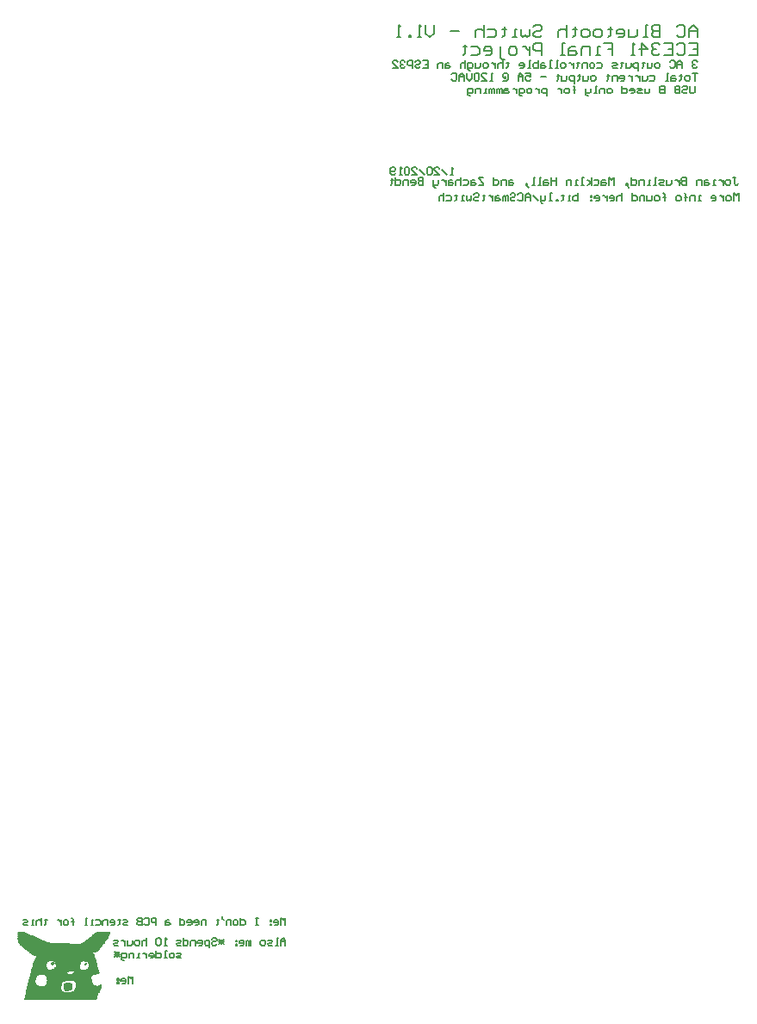
<source format=gbo>
G04 Layer_Color=13813960*
%FSLAX24Y24*%
%MOIN*%
G70*
G01*
G75*
%ADD10C,0.0059*%
%ADD11C,0.0079*%
%ADD12R,0.0224X0.0003*%
%ADD13R,0.0528X0.0003*%
%ADD14R,0.0231X0.0003*%
%ADD15R,0.0531X0.0003*%
%ADD16R,0.0241X0.0003*%
%ADD17R,0.0538X0.0003*%
%ADD18R,0.0248X0.0003*%
%ADD19R,0.0541X0.0003*%
%ADD20R,0.0257X0.0003*%
%ADD21R,0.0541X0.0003*%
%ADD22R,0.0264X0.0003*%
%ADD23R,0.0541X0.0003*%
%ADD24R,0.0271X0.0003*%
%ADD25R,0.0548X0.0003*%
%ADD26R,0.0277X0.0003*%
%ADD27R,0.0554X0.0003*%
%ADD28R,0.0284X0.0003*%
%ADD29R,0.0558X0.0003*%
%ADD30R,0.0297X0.0003*%
%ADD31R,0.0300X0.0003*%
%ADD32R,0.0561X0.0003*%
%ADD33R,0.0314X0.0003*%
%ADD34R,0.0561X0.0003*%
%ADD35R,0.0320X0.0003*%
%ADD36R,0.0568X0.0003*%
%ADD37R,0.0327X0.0003*%
%ADD38R,0.0333X0.0003*%
%ADD39R,0.0574X0.0003*%
%ADD40R,0.0340X0.0003*%
%ADD41R,0.0574X0.0003*%
%ADD42R,0.0347X0.0003*%
%ADD43R,0.0581X0.0003*%
%ADD44R,0.0353X0.0003*%
%ADD45R,0.0584X0.0003*%
%ADD46R,0.0363X0.0003*%
%ADD47R,0.0587X0.0003*%
%ADD48R,0.0373X0.0003*%
%ADD49R,0.0594X0.0003*%
%ADD50R,0.0380X0.0003*%
%ADD51R,0.0601X0.0003*%
%ADD52R,0.0389X0.0003*%
%ADD53R,0.0607X0.0003*%
%ADD54R,0.0399X0.0003*%
%ADD55R,0.0611X0.0003*%
%ADD56R,0.0406X0.0003*%
%ADD57R,0.0614X0.0003*%
%ADD58R,0.0413X0.0003*%
%ADD59R,0.0617X0.0003*%
%ADD60R,0.0416X0.0003*%
%ADD61R,0.0429X0.0003*%
%ADD62R,0.0620X0.0003*%
%ADD63R,0.0436X0.0003*%
%ADD64R,0.0624X0.0003*%
%ADD65R,0.0442X0.0003*%
%ADD66R,0.0449X0.0003*%
%ADD67R,0.0627X0.0003*%
%ADD68R,0.0459X0.0003*%
%ADD69R,0.0630X0.0003*%
%ADD70R,0.0469X0.0003*%
%ADD71R,0.0475X0.0003*%
%ADD72R,0.0634X0.0003*%
%ADD73R,0.0485X0.0003*%
%ADD74R,0.0637X0.0003*%
%ADD75R,0.0492X0.0003*%
%ADD76R,0.0640X0.0003*%
%ADD77R,0.0505X0.0003*%
%ADD78R,0.0643X0.0003*%
%ADD79R,0.0508X0.0003*%
%ADD80R,0.0650X0.0003*%
%ADD81R,0.0518X0.0003*%
%ADD82R,0.0653X0.0003*%
%ADD83R,0.0528X0.0003*%
%ADD84R,0.0657X0.0003*%
%ADD85R,0.0541X0.0003*%
%ADD86R,0.0663X0.0003*%
%ADD87R,0.0551X0.0003*%
%ADD88R,0.0660X0.0003*%
%ADD89R,0.0663X0.0003*%
%ADD90R,0.0571X0.0003*%
%ADD91R,0.0667X0.0003*%
%ADD92R,0.0574X0.0003*%
%ADD93R,0.0667X0.0003*%
%ADD94R,0.0581X0.0003*%
%ADD95R,0.0670X0.0003*%
%ADD96R,0.0587X0.0003*%
%ADD97R,0.0670X0.0003*%
%ADD98R,0.0597X0.0003*%
%ADD99R,0.0673X0.0003*%
%ADD100R,0.0676X0.0003*%
%ADD101R,0.0627X0.0003*%
%ADD102R,0.0677X0.0003*%
%ADD103R,0.0683X0.0003*%
%ADD104R,0.0683X0.0003*%
%ADD105R,0.0686X0.0003*%
%ADD106R,0.0660X0.0003*%
%ADD107R,0.0690X0.0003*%
%ADD108R,0.0677X0.0003*%
%ADD109R,0.0696X0.0003*%
%ADD110R,0.0703X0.0003*%
%ADD111R,0.0693X0.0003*%
%ADD112R,0.0706X0.0003*%
%ADD113R,0.0710X0.0003*%
%ADD114R,0.0706X0.0003*%
%ADD115R,0.0713X0.0003*%
%ADD116R,0.0713X0.0003*%
%ADD117R,0.0719X0.0003*%
%ADD118R,0.0720X0.0003*%
%ADD119R,0.0726X0.0003*%
%ADD120R,0.0723X0.0003*%
%ADD121R,0.0733X0.0003*%
%ADD122R,0.0726X0.0003*%
%ADD123R,0.0739X0.0003*%
%ADD124R,0.0729X0.0003*%
%ADD125R,0.0743X0.0003*%
%ADD126R,0.0733X0.0003*%
%ADD127R,0.0749X0.0003*%
%ADD128R,0.0756X0.0003*%
%ADD129R,0.0736X0.0003*%
%ADD130R,0.0759X0.0003*%
%ADD131R,0.0743X0.0003*%
%ADD132R,0.0769X0.0003*%
%ADD133R,0.0776X0.0003*%
%ADD134R,0.0743X0.0003*%
%ADD135R,0.0789X0.0003*%
%ADD136R,0.0799X0.0003*%
%ADD137R,0.0739X0.0003*%
%ADD138R,0.0805X0.0003*%
%ADD139R,0.0815X0.0003*%
%ADD140R,0.0822X0.0003*%
%ADD141R,0.0825X0.0003*%
%ADD142R,0.0746X0.0003*%
%ADD143R,0.0832X0.0003*%
%ADD144R,0.0835X0.0003*%
%ADD145R,0.0838X0.0003*%
%ADD146R,0.0845X0.0003*%
%ADD147R,0.0752X0.0003*%
%ADD148R,0.0848X0.0003*%
%ADD149R,0.0851X0.0003*%
%ADD150R,0.0855X0.0003*%
%ADD151R,0.0752X0.0003*%
%ADD152R,0.0871X0.0003*%
%ADD153R,0.0878X0.0003*%
%ADD154R,0.0762X0.0003*%
%ADD155R,0.0888X0.0003*%
%ADD156R,0.0762X0.0003*%
%ADD157R,0.0891X0.0003*%
%ADD158R,0.0769X0.0003*%
%ADD159R,0.0769X0.0003*%
%ADD160R,0.0898X0.0003*%
%ADD161R,0.0776X0.0003*%
%ADD162R,0.0904X0.0003*%
%ADD163R,0.0775X0.0003*%
%ADD164R,0.0908X0.0003*%
%ADD165R,0.0775X0.0003*%
%ADD166R,0.0911X0.0003*%
%ADD167R,0.0914X0.0003*%
%ADD168R,0.0772X0.0003*%
%ADD169R,0.0924X0.0003*%
%ADD170R,0.0775X0.0003*%
%ADD171R,0.0931X0.0003*%
%ADD172R,0.0782X0.0003*%
%ADD173R,0.0937X0.0003*%
%ADD174R,0.0785X0.0003*%
%ADD175R,0.0944X0.0003*%
%ADD176R,0.0785X0.0003*%
%ADD177R,0.0950X0.0003*%
%ADD178R,0.0789X0.0003*%
%ADD179R,0.0954X0.0003*%
%ADD180R,0.0964X0.0003*%
%ADD181R,0.0792X0.0003*%
%ADD182R,0.0974X0.0003*%
%ADD183R,0.0795X0.0003*%
%ADD184R,0.0987X0.0003*%
%ADD185R,0.0802X0.0003*%
%ADD186R,0.1003X0.0003*%
%ADD187R,0.1007X0.0003*%
%ADD188R,0.0808X0.0003*%
%ADD189R,0.1010X0.0003*%
%ADD190R,0.0812X0.0003*%
%ADD191R,0.1013X0.0003*%
%ADD192R,0.1016X0.0003*%
%ADD193R,0.1023X0.0003*%
%ADD194R,0.0818X0.0003*%
%ADD195R,0.1026X0.0003*%
%ADD196R,0.1030X0.0003*%
%ADD197R,0.1033X0.0003*%
%ADD198R,0.1040X0.0003*%
%ADD199R,0.0825X0.0003*%
%ADD200R,0.1049X0.0003*%
%ADD201R,0.0825X0.0003*%
%ADD202R,0.1059X0.0003*%
%ADD203R,0.1066X0.0003*%
%ADD204R,0.1076X0.0003*%
%ADD205R,0.0832X0.0003*%
%ADD206R,0.1092X0.0003*%
%ADD207R,0.0838X0.0003*%
%ADD208R,0.1109X0.0003*%
%ADD209R,0.1115X0.0003*%
%ADD210R,0.0842X0.0003*%
%ADD211R,0.1122X0.0003*%
%ADD212R,0.1132X0.0003*%
%ADD213R,0.0841X0.0003*%
%ADD214R,0.1145X0.0003*%
%ADD215R,0.0842X0.0003*%
%ADD216R,0.1191X0.0003*%
%ADD217R,0.1211X0.0003*%
%ADD218R,0.1221X0.0003*%
%ADD219R,0.1238X0.0003*%
%ADD220R,0.0845X0.0003*%
%ADD221R,0.1310X0.0003*%
%ADD222R,0.1353X0.0003*%
%ADD223R,0.1366X0.0003*%
%ADD224R,0.1436X0.0003*%
%ADD225R,0.1752X0.0003*%
%ADD226R,0.1848X0.0003*%
%ADD227R,0.0007X0.0003*%
%ADD228R,0.0851X0.0003*%
%ADD229R,0.1924X0.0003*%
%ADD230R,0.0858X0.0003*%
%ADD231R,0.1934X0.0003*%
%ADD232R,0.0861X0.0003*%
%ADD233R,0.1937X0.0003*%
%ADD234R,0.0865X0.0003*%
%ADD235R,0.1940X0.0003*%
%ADD236R,0.0868X0.0003*%
%ADD237R,0.1940X0.0003*%
%ADD238R,0.0871X0.0003*%
%ADD239R,0.1954X0.0003*%
%ADD240R,0.0888X0.0003*%
%ADD241R,0.2046X0.0003*%
%ADD242R,0.0003X0.0003*%
%ADD243R,0.0013X0.0003*%
%ADD244R,0.2171X0.0003*%
%ADD245R,0.0927X0.0003*%
%ADD246R,0.3221X0.0003*%
%ADD247R,0.3214X0.0003*%
%ADD248R,0.3208X0.0003*%
%ADD249R,0.3201X0.0003*%
%ADD250R,0.3198X0.0003*%
%ADD251R,0.3194X0.0003*%
%ADD252R,0.3188X0.0003*%
%ADD253R,0.3185X0.0003*%
%ADD254R,0.3181X0.0003*%
%ADD255R,0.3175X0.0003*%
%ADD256R,0.3171X0.0003*%
%ADD257R,0.3165X0.0003*%
%ADD258R,0.3158X0.0003*%
%ADD259R,0.3141X0.0003*%
%ADD260R,0.3135X0.0003*%
%ADD261R,0.3129X0.0003*%
%ADD262R,0.3118X0.0003*%
%ADD263R,0.3115X0.0003*%
%ADD264R,0.3109X0.0003*%
%ADD265R,0.3099X0.0003*%
%ADD266R,0.3089X0.0003*%
%ADD267R,0.3082X0.0003*%
%ADD268R,0.3076X0.0003*%
%ADD269R,0.3072X0.0003*%
%ADD270R,0.3069X0.0003*%
%ADD271R,0.3056X0.0003*%
%ADD272R,0.3053X0.0003*%
%ADD273R,0.3043X0.0003*%
%ADD274R,0.3029X0.0003*%
%ADD275R,0.3023X0.0003*%
%ADD276R,0.3010X0.0003*%
%ADD277R,0.3003X0.0003*%
%ADD278R,0.2993X0.0003*%
%ADD279R,0.2986X0.0003*%
%ADD280R,0.2980X0.0003*%
%ADD281R,0.2977X0.0003*%
%ADD282R,0.2970X0.0003*%
%ADD283R,0.2963X0.0003*%
%ADD284R,0.2960X0.0003*%
%ADD285R,0.2954X0.0003*%
%ADD286R,0.2944X0.0003*%
%ADD287R,0.2937X0.0003*%
%ADD288R,0.2930X0.0003*%
%ADD289R,0.2921X0.0003*%
%ADD290R,0.2917X0.0003*%
%ADD291R,0.2907X0.0003*%
%ADD292R,0.2904X0.0003*%
%ADD293R,0.2897X0.0003*%
%ADD294R,0.2891X0.0003*%
%ADD295R,0.2884X0.0003*%
%ADD296R,0.2874X0.0003*%
%ADD297R,0.2868X0.0003*%
%ADD298R,0.2858X0.0003*%
%ADD299R,0.2851X0.0003*%
%ADD300R,0.2841X0.0003*%
%ADD301R,0.2835X0.0003*%
%ADD302R,0.2828X0.0003*%
%ADD303R,0.2818X0.0003*%
%ADD304R,0.2812X0.0003*%
%ADD305R,0.2808X0.0003*%
%ADD306R,0.2798X0.0003*%
%ADD307R,0.2792X0.0003*%
%ADD308R,0.2785X0.0003*%
%ADD309R,0.2779X0.0003*%
%ADD310R,0.2775X0.0003*%
%ADD311R,0.2772X0.0003*%
%ADD312R,0.2765X0.0003*%
%ADD313R,0.2752X0.0003*%
%ADD314R,0.2749X0.0003*%
%ADD315R,0.2742X0.0003*%
%ADD316R,0.2732X0.0003*%
%ADD317R,0.2722X0.0003*%
%ADD318R,0.2719X0.0003*%
%ADD319R,0.2709X0.0003*%
%ADD320R,0.2706X0.0003*%
%ADD321R,0.2696X0.0003*%
%ADD322R,0.2686X0.0003*%
%ADD323R,0.2680X0.0003*%
%ADD324R,0.2673X0.0003*%
%ADD325R,0.2666X0.0003*%
%ADD326R,0.2656X0.0003*%
%ADD327R,0.2650X0.0003*%
%ADD328R,0.2637X0.0003*%
%ADD329R,0.2630X0.0003*%
%ADD330R,0.2620X0.0003*%
%ADD331R,0.2614X0.0003*%
%ADD332R,0.2604X0.0003*%
%ADD333R,0.2597X0.0003*%
%ADD334R,0.2591X0.0003*%
%ADD335R,0.2485X0.0003*%
%ADD336R,0.0079X0.0003*%
%ADD337R,0.2472X0.0003*%
%ADD338R,0.0056X0.0003*%
%ADD339R,0.2462X0.0003*%
%ADD340R,0.0046X0.0003*%
%ADD341R,0.2455X0.0003*%
%ADD342R,0.0023X0.0003*%
%ADD343R,0.2449X0.0003*%
%ADD344R,0.2445X0.0003*%
%ADD345R,0.2442X0.0003*%
%ADD346R,0.2439X0.0003*%
%ADD347R,0.2432X0.0003*%
%ADD348R,0.2429X0.0003*%
%ADD349R,0.2419X0.0003*%
%ADD350R,0.2419X0.0003*%
%ADD351R,0.2412X0.0003*%
%ADD352R,0.2409X0.0003*%
%ADD353R,0.2406X0.0003*%
%ADD354R,0.2406X0.0003*%
%ADD355R,0.2402X0.0003*%
%ADD356R,0.2402X0.0003*%
%ADD357R,0.2402X0.0003*%
%ADD358R,0.2399X0.0003*%
%ADD359R,0.2399X0.0003*%
%ADD360R,0.2396X0.0003*%
%ADD361R,0.2389X0.0003*%
%ADD362R,0.2389X0.0003*%
%ADD363R,0.2392X0.0003*%
%ADD364R,0.2389X0.0003*%
%ADD365R,0.2386X0.0003*%
%ADD366R,0.2376X0.0003*%
%ADD367R,0.2369X0.0003*%
%ADD368R,0.2363X0.0003*%
%ADD369R,0.2359X0.0003*%
%ADD370R,0.2353X0.0003*%
%ADD371R,0.2346X0.0003*%
%ADD372R,0.2340X0.0003*%
%ADD373R,0.2336X0.0003*%
%ADD374R,0.2320X0.0003*%
%ADD375R,0.2310X0.0003*%
%ADD376R,0.2261X0.0003*%
%ADD377R,0.2257X0.0003*%
%ADD378R,0.2257X0.0003*%
%ADD379R,0.2251X0.0003*%
%ADD380R,0.2254X0.0003*%
%ADD381R,0.2251X0.0003*%
%ADD382R,0.2254X0.0003*%
%ADD383R,0.2254X0.0003*%
%ADD384R,0.2254X0.0003*%
%ADD385R,0.2260X0.0003*%
%ADD386R,0.2264X0.0003*%
%ADD387R,0.2264X0.0003*%
%ADD388R,0.2267X0.0003*%
%ADD389R,0.2270X0.0003*%
%ADD390R,0.2270X0.0003*%
%ADD391R,0.2274X0.0003*%
%ADD392R,0.2277X0.0003*%
%ADD393R,0.2280X0.0003*%
%ADD394R,0.2287X0.0003*%
%ADD395R,0.2290X0.0003*%
%ADD396R,0.2293X0.0003*%
%ADD397R,0.2300X0.0003*%
%ADD398R,0.2307X0.0003*%
%ADD399R,0.2313X0.0003*%
%ADD400R,0.2317X0.0003*%
%ADD401R,0.2320X0.0003*%
%ADD402R,0.2323X0.0003*%
%ADD403R,0.2327X0.0003*%
%ADD404R,0.2330X0.0003*%
%ADD405R,0.2333X0.0003*%
%ADD406R,0.2337X0.0003*%
%ADD407R,0.2340X0.0003*%
%ADD408R,0.2343X0.0003*%
%ADD409R,0.2346X0.0003*%
%ADD410R,0.2353X0.0003*%
%ADD411R,0.2353X0.0003*%
%ADD412R,0.2356X0.0003*%
%ADD413R,0.2363X0.0003*%
%ADD414R,0.2363X0.0003*%
%ADD415R,0.2366X0.0003*%
%ADD416R,0.2366X0.0003*%
%ADD417R,0.2373X0.0003*%
%ADD418R,0.2376X0.0003*%
%ADD419R,0.0617X0.0003*%
%ADD420R,0.1726X0.0003*%
%ADD421R,0.0604X0.0003*%
%ADD422R,0.1696X0.0003*%
%ADD423R,0.0604X0.0003*%
%ADD424R,0.1693X0.0003*%
%ADD425R,0.1690X0.0003*%
%ADD426R,0.0594X0.0003*%
%ADD427R,0.0591X0.0003*%
%ADD428R,0.1135X0.0003*%
%ADD429R,0.0568X0.0003*%
%ADD430R,0.1125X0.0003*%
%ADD431R,0.0462X0.0003*%
%ADD432R,0.0561X0.0003*%
%ADD433R,0.1119X0.0003*%
%ADD434R,0.0452X0.0003*%
%ADD435R,0.0554X0.0003*%
%ADD436R,0.1109X0.0003*%
%ADD437R,0.0429X0.0003*%
%ADD438R,0.0551X0.0003*%
%ADD439R,0.1092X0.0003*%
%ADD440R,0.0393X0.0003*%
%ADD441R,0.0551X0.0003*%
%ADD442R,0.1079X0.0003*%
%ADD443R,0.1069X0.0003*%
%ADD444R,0.0393X0.0003*%
%ADD445R,0.0535X0.0003*%
%ADD446R,0.1059X0.0003*%
%ADD447R,0.0389X0.0003*%
%ADD448R,0.0535X0.0003*%
%ADD449R,0.1053X0.0003*%
%ADD450R,0.1043X0.0003*%
%ADD451R,0.0535X0.0003*%
%ADD452R,0.0340X0.0003*%
%ADD453R,0.1020X0.0003*%
%ADD454R,0.0531X0.0003*%
%ADD455R,0.1016X0.0003*%
%ADD456R,0.0531X0.0003*%
%ADD457R,0.1013X0.0003*%
%ADD458R,0.0337X0.0003*%
%ADD459R,0.0531X0.0003*%
%ADD460R,0.0003X0.0003*%
%ADD461R,0.0333X0.0003*%
%ADD462R,0.0528X0.0003*%
%ADD463R,0.0033X0.0003*%
%ADD464R,0.1000X0.0003*%
%ADD465R,0.0333X0.0003*%
%ADD466R,0.0059X0.0003*%
%ADD467R,0.0997X0.0003*%
%ADD468R,0.0330X0.0003*%
%ADD469R,0.0525X0.0003*%
%ADD470R,0.0069X0.0003*%
%ADD471R,0.0993X0.0003*%
%ADD472R,0.0076X0.0003*%
%ADD473R,0.0327X0.0003*%
%ADD474R,0.0525X0.0003*%
%ADD475R,0.0086X0.0003*%
%ADD476R,0.0993X0.0003*%
%ADD477R,0.0327X0.0003*%
%ADD478R,0.0525X0.0003*%
%ADD479R,0.0089X0.0003*%
%ADD480R,0.0990X0.0003*%
%ADD481R,0.0327X0.0003*%
%ADD482R,0.0522X0.0003*%
%ADD483R,0.0093X0.0003*%
%ADD484R,0.0983X0.0003*%
%ADD485R,0.0016X0.0003*%
%ADD486R,0.0525X0.0003*%
%ADD487R,0.0096X0.0003*%
%ADD488R,0.0030X0.0003*%
%ADD489R,0.0102X0.0003*%
%ADD490R,0.0980X0.0003*%
%ADD491R,0.0040X0.0003*%
%ADD492R,0.0323X0.0003*%
%ADD493R,0.0521X0.0003*%
%ADD494R,0.0106X0.0003*%
%ADD495R,0.0109X0.0003*%
%ADD496R,0.0980X0.0003*%
%ADD497R,0.0053X0.0003*%
%ADD498R,0.0521X0.0003*%
%ADD499R,0.0109X0.0003*%
%ADD500R,0.0980X0.0003*%
%ADD501R,0.0059X0.0003*%
%ADD502R,0.0323X0.0003*%
%ADD503R,0.0521X0.0003*%
%ADD504R,0.0112X0.0003*%
%ADD505R,0.0977X0.0003*%
%ADD506R,0.0063X0.0003*%
%ADD507R,0.0323X0.0003*%
%ADD508R,0.0116X0.0003*%
%ADD509R,0.0977X0.0003*%
%ADD510R,0.0518X0.0003*%
%ADD511R,0.0119X0.0003*%
%ADD512R,0.0970X0.0003*%
%ADD513R,0.0076X0.0003*%
%ADD514R,0.0518X0.0003*%
%ADD515R,0.0116X0.0003*%
%ADD516R,0.0967X0.0003*%
%ADD517R,0.0083X0.0003*%
%ADD518R,0.0518X0.0003*%
%ADD519R,0.0116X0.0003*%
%ADD520R,0.0967X0.0003*%
%ADD521R,0.0083X0.0003*%
%ADD522R,0.0112X0.0003*%
%ADD523R,0.0963X0.0003*%
%ADD524R,0.0086X0.0003*%
%ADD525R,0.0089X0.0003*%
%ADD526R,0.0109X0.0003*%
%ADD527R,0.0960X0.0003*%
%ADD528R,0.0092X0.0003*%
%ADD529R,0.0106X0.0003*%
%ADD530R,0.0957X0.0003*%
%ADD531R,0.0089X0.0003*%
%ADD532R,0.0323X0.0003*%
%ADD533R,0.0102X0.0003*%
%ADD534R,0.0954X0.0003*%
%ADD535R,0.0323X0.0003*%
%ADD536R,0.0079X0.0003*%
%ADD537R,0.0327X0.0003*%
%ADD538R,0.0947X0.0003*%
%ADD539R,0.0944X0.0003*%
%ADD540R,0.0073X0.0003*%
%ADD541R,0.0069X0.0003*%
%ADD542R,0.0063X0.0003*%
%ADD543R,0.0063X0.0003*%
%ADD544R,0.0050X0.0003*%
%ADD545R,0.0944X0.0003*%
%ADD546R,0.0330X0.0003*%
%ADD547R,0.0531X0.0003*%
%ADD548R,0.0036X0.0003*%
%ADD549R,0.0947X0.0003*%
%ADD550R,0.0046X0.0003*%
%ADD551R,0.0330X0.0003*%
%ADD552R,0.0036X0.0003*%
%ADD553R,0.0010X0.0003*%
%ADD554R,0.0333X0.0003*%
%ADD555R,0.0538X0.0003*%
%ADD556R,0.0337X0.0003*%
%ADD557R,0.0541X0.0003*%
%ADD558R,0.0337X0.0003*%
%ADD559R,0.0545X0.0003*%
%ADD560R,0.0937X0.0003*%
%ADD561R,0.0337X0.0003*%
%ADD562R,0.0545X0.0003*%
%ADD563R,0.0548X0.0003*%
%ADD564R,0.0940X0.0003*%
%ADD565R,0.0548X0.0003*%
%ADD566R,0.0940X0.0003*%
%ADD567R,0.0551X0.0003*%
%ADD568R,0.0940X0.0003*%
%ADD569R,0.0343X0.0003*%
%ADD570R,0.0555X0.0003*%
%ADD571R,0.0346X0.0003*%
%ADD572R,0.0558X0.0003*%
%ADD573R,0.0944X0.0003*%
%ADD574R,0.0356X0.0003*%
%ADD575R,0.0360X0.0003*%
%ADD576R,0.0363X0.0003*%
%ADD577R,0.0366X0.0003*%
%ADD578R,0.0564X0.0003*%
%ADD579R,0.0370X0.0003*%
%ADD580R,0.0373X0.0003*%
%ADD581R,0.0571X0.0003*%
%ADD582R,0.0376X0.0003*%
%ADD583R,0.0380X0.0003*%
%ADD584R,0.0574X0.0003*%
%ADD585R,0.0957X0.0003*%
%ADD586R,0.0383X0.0003*%
%ADD587R,0.0581X0.0003*%
%ADD588R,0.0960X0.0003*%
%ADD589R,0.0383X0.0003*%
%ADD590R,0.0581X0.0003*%
%ADD591R,0.0973X0.0003*%
%ADD592R,0.0584X0.0003*%
%ADD593R,0.0977X0.0003*%
%ADD594R,0.0588X0.0003*%
%ADD595R,0.0396X0.0003*%
%ADD596R,0.0588X0.0003*%
%ADD597R,0.0396X0.0003*%
%ADD598R,0.0594X0.0003*%
%ADD599R,0.0987X0.0003*%
%ADD600R,0.0403X0.0003*%
%ADD601R,0.0990X0.0003*%
%ADD602R,0.0406X0.0003*%
%ADD603R,0.0604X0.0003*%
%ADD604R,0.0997X0.0003*%
%ADD605R,0.0409X0.0003*%
%ADD606R,0.0607X0.0003*%
%ADD607R,0.0419X0.0003*%
%ADD608R,0.0610X0.0003*%
%ADD609R,0.0422X0.0003*%
%ADD610R,0.1020X0.0003*%
%ADD611R,0.0429X0.0003*%
%ADD612R,0.0614X0.0003*%
%ADD613R,0.0432X0.0003*%
%ADD614R,0.0617X0.0003*%
%ADD615R,0.1043X0.0003*%
%ADD616R,0.0439X0.0003*%
%ADD617R,0.1066X0.0003*%
%ADD618R,0.1076X0.0003*%
%ADD619R,0.0455X0.0003*%
%ADD620R,0.0637X0.0003*%
%ADD621R,0.1089X0.0003*%
%ADD622R,0.0465X0.0003*%
%ADD623R,0.0647X0.0003*%
%ADD624R,0.1099X0.0003*%
%ADD625R,0.0479X0.0003*%
%ADD626R,0.1119X0.0003*%
%ADD627R,0.0492X0.0003*%
%ADD628R,0.0660X0.0003*%
%ADD629R,0.1139X0.0003*%
%ADD630R,0.0498X0.0003*%
%ADD631R,0.0667X0.0003*%
%ADD632R,0.1148X0.0003*%
%ADD633R,0.0512X0.0003*%
%ADD634R,0.0673X0.0003*%
%ADD635R,0.1165X0.0003*%
%ADD636R,0.0680X0.0003*%
%ADD637R,0.1185X0.0003*%
%ADD638R,0.0538X0.0003*%
%ADD639R,0.0706X0.0003*%
%ADD640R,0.1264X0.0003*%
%ADD641R,0.0544X0.0003*%
%ADD642R,0.0716X0.0003*%
%ADD643R,0.1855X0.0003*%
%ADD644R,0.1864X0.0003*%
%ADD645R,0.2607X0.0003*%
%ADD646R,0.2610X0.0003*%
%ADD647R,0.1564X0.0003*%
%ADD648R,0.1026X0.0003*%
%ADD649R,0.1551X0.0003*%
%ADD650R,0.1531X0.0003*%
%ADD651R,0.1485X0.0003*%
%ADD652R,0.1478X0.0003*%
%ADD653R,0.0970X0.0003*%
%ADD654R,0.1472X0.0003*%
%ADD655R,0.0967X0.0003*%
%ADD656R,0.1465X0.0003*%
%ADD657R,0.1459X0.0003*%
%ADD658R,0.1452X0.0003*%
%ADD659R,0.0960X0.0003*%
%ADD660R,0.1445X0.0003*%
%ADD661R,0.0957X0.0003*%
%ADD662R,0.1439X0.0003*%
%ADD663R,0.1439X0.0003*%
%ADD664R,0.1432X0.0003*%
%ADD665R,0.1432X0.0003*%
%ADD666R,0.0960X0.0003*%
%ADD667R,0.1429X0.0003*%
%ADD668R,0.0957X0.0003*%
%ADD669R,0.1426X0.0003*%
%ADD670R,0.1422X0.0003*%
%ADD671R,0.0957X0.0003*%
%ADD672R,0.1426X0.0003*%
%ADD673R,0.1429X0.0003*%
%ADD674R,0.1432X0.0003*%
%ADD675R,0.1435X0.0003*%
%ADD676R,0.1446X0.0003*%
%ADD677R,0.1449X0.0003*%
%ADD678R,0.0917X0.0003*%
%ADD679R,0.1455X0.0003*%
%ADD680R,0.0921X0.0003*%
%ADD681R,0.1459X0.0003*%
%ADD682R,0.0917X0.0003*%
%ADD683R,0.1468X0.0003*%
%ADD684R,0.0921X0.0003*%
%ADD685R,0.1475X0.0003*%
%ADD686R,0.0934X0.0003*%
%ADD687R,0.1478X0.0003*%
%ADD688R,0.0941X0.0003*%
%ADD689R,0.1488X0.0003*%
%ADD690R,0.0934X0.0003*%
%ADD691R,0.1525X0.0003*%
%ADD692R,0.0930X0.0003*%
%ADD693R,0.0066X0.0003*%
%ADD694R,0.1987X0.0003*%
%ADD695R,0.0020X0.0003*%
%ADD696R,0.1924X0.0003*%
%ADD697R,0.1891X0.0003*%
%ADD698R,0.0307X0.0003*%
%ADD699R,0.0304X0.0003*%
%ADD700R,0.1855X0.0003*%
%ADD701R,0.0294X0.0003*%
%ADD702R,0.1828X0.0003*%
%ADD703R,0.0287X0.0003*%
%ADD704R,0.1822X0.0003*%
%ADD705R,0.1818X0.0003*%
%ADD706R,0.1815X0.0003*%
%ADD707R,0.0281X0.0003*%
%ADD708R,0.1805X0.0003*%
%ADD709R,0.1798X0.0003*%
%ADD710R,0.0274X0.0003*%
%ADD711R,0.1795X0.0003*%
%ADD712R,0.1792X0.0003*%
%ADD713R,0.0267X0.0003*%
%ADD714R,0.0267X0.0003*%
%ADD715R,0.1785X0.0003*%
%ADD716R,0.1779X0.0003*%
%ADD717R,0.0264X0.0003*%
%ADD718R,0.1775X0.0003*%
%ADD719R,0.1772X0.0003*%
%ADD720R,0.0257X0.0003*%
%ADD721R,0.1769X0.0003*%
%ADD722R,0.0254X0.0003*%
%ADD723R,0.0254X0.0003*%
%ADD724R,0.1769X0.0003*%
%ADD725R,0.0251X0.0003*%
%ADD726R,0.1769X0.0003*%
%ADD727R,0.0251X0.0003*%
%ADD728R,0.1766X0.0003*%
%ADD729R,0.0248X0.0003*%
%ADD730R,0.0251X0.0003*%
%ADD731R,0.1759X0.0003*%
%ADD732R,0.0251X0.0003*%
%ADD733R,0.1756X0.0003*%
%ADD734R,0.0244X0.0003*%
%ADD735R,0.1749X0.0003*%
%ADD736R,0.1742X0.0003*%
%ADD737R,0.1739X0.0003*%
%ADD738R,0.0244X0.0003*%
%ADD739R,0.0244X0.0003*%
%ADD740R,0.1732X0.0003*%
%ADD741R,0.0241X0.0003*%
%ADD742R,0.1729X0.0003*%
%ADD743R,0.0238X0.0003*%
%ADD744R,0.1726X0.0003*%
%ADD745R,0.1722X0.0003*%
%ADD746R,0.0238X0.0003*%
%ADD747R,0.1722X0.0003*%
%ADD748R,0.0241X0.0003*%
%ADD749R,0.1719X0.0003*%
%ADD750R,0.1719X0.0003*%
%ADD751R,0.0241X0.0003*%
%ADD752R,0.1719X0.0003*%
%ADD753R,0.0238X0.0003*%
%ADD754R,0.1716X0.0003*%
%ADD755R,0.1713X0.0003*%
%ADD756R,0.1709X0.0003*%
%ADD757R,0.0779X0.0003*%
%ADD758R,0.0023X0.0003*%
%ADD759R,0.0254X0.0003*%
%ADD760R,0.0762X0.0003*%
%ADD761R,0.0779X0.0003*%
%ADD762R,0.0251X0.0003*%
%ADD763R,0.0756X0.0003*%
%ADD764R,0.0762X0.0003*%
%ADD765R,0.0739X0.0003*%
%ADD766R,0.0736X0.0003*%
%ADD767R,0.0251X0.0003*%
%ADD768R,0.0729X0.0003*%
%ADD769R,0.0716X0.0003*%
%ADD770R,0.0254X0.0003*%
%ADD771R,0.0719X0.0003*%
%ADD772R,0.0696X0.0003*%
%ADD773R,0.0257X0.0003*%
%ADD774R,0.0700X0.0003*%
%ADD775R,0.0261X0.0003*%
%ADD776R,0.0650X0.0003*%
%ADD777R,0.0670X0.0003*%
%ADD778R,0.0647X0.0003*%
%ADD779R,0.0663X0.0003*%
%ADD780R,0.0653X0.0003*%
%ADD781R,0.0634X0.0003*%
%ADD782R,0.0620X0.0003*%
%ADD783R,0.0601X0.0003*%
%ADD784R,0.0591X0.0003*%
%ADD785R,0.0578X0.0003*%
%ADD786R,0.0284X0.0003*%
%ADD787R,0.0578X0.0003*%
%ADD788R,0.0627X0.0003*%
%ADD789R,0.0284X0.0003*%
%ADD790R,0.0578X0.0003*%
%ADD791R,0.0624X0.0003*%
%ADD792R,0.0624X0.0003*%
%ADD793R,0.0026X0.0003*%
%ADD794R,0.0620X0.0003*%
%ADD795R,0.0290X0.0003*%
%ADD796R,0.0584X0.0003*%
%ADD797R,0.0106X0.0003*%
%ADD798R,0.0624X0.0003*%
%ADD799R,0.0290X0.0003*%
%ADD800R,0.0584X0.0003*%
%ADD801R,0.0125X0.0003*%
%ADD802R,0.0627X0.0003*%
%ADD803R,0.0290X0.0003*%
%ADD804R,0.0584X0.0003*%
%ADD805R,0.0152X0.0003*%
%ADD806R,0.0584X0.0003*%
%ADD807R,0.0165X0.0003*%
%ADD808R,0.0297X0.0003*%
%ADD809R,0.0188X0.0003*%
%ADD810R,0.0201X0.0003*%
%ADD811R,0.0304X0.0003*%
%ADD812R,0.0218X0.0003*%
%ADD813R,0.0307X0.0003*%
%ADD814R,0.0261X0.0003*%
%ADD815R,0.0324X0.0003*%
%ADD816R,0.0287X0.0003*%
%ADD817R,0.0290X0.0003*%
%ADD818R,0.0294X0.0003*%
%ADD819R,0.0310X0.0003*%
%ADD820R,0.0597X0.0003*%
%ADD821R,0.0317X0.0003*%
%ADD822R,0.0337X0.0003*%
%ADD823R,0.0597X0.0003*%
%ADD824R,0.0317X0.0003*%
%ADD825R,0.0653X0.0003*%
%ADD826R,0.0343X0.0003*%
%ADD827R,0.0317X0.0003*%
%ADD828R,0.0653X0.0003*%
%ADD829R,0.0353X0.0003*%
%ADD830R,0.0597X0.0003*%
%ADD831R,0.0667X0.0003*%
%ADD832R,0.0033X0.0003*%
%ADD833R,0.0356X0.0003*%
%ADD834R,0.0597X0.0003*%
%ADD835R,0.0333X0.0003*%
%ADD836R,0.0670X0.0003*%
%ADD837R,0.0056X0.0003*%
%ADD838R,0.0370X0.0003*%
%ADD839R,0.0337X0.0003*%
%ADD840R,0.0073X0.0003*%
%ADD841R,0.0340X0.0003*%
%ADD842R,0.0693X0.0003*%
%ADD843R,0.0383X0.0003*%
%ADD844R,0.0703X0.0003*%
%ADD845R,0.0083X0.0003*%
%ADD846R,0.0386X0.0003*%
%ADD847R,0.0086X0.0003*%
%ADD848R,0.0403X0.0003*%
%ADD849R,0.0347X0.0003*%
%ADD850R,0.0096X0.0003*%
%ADD851R,0.0409X0.0003*%
%ADD852R,0.0729X0.0003*%
%ADD853R,0.0416X0.0003*%
%ADD854R,0.0640X0.0003*%
%ADD855R,0.0350X0.0003*%
%ADD856R,0.0115X0.0003*%
%ADD857R,0.0422X0.0003*%
%ADD858R,0.0155X0.0003*%
%ADD859R,0.0990X0.0003*%
%ADD860R,0.0459X0.0003*%
%ADD861R,0.0017X0.0003*%
%ADD862R,0.0010X0.0003*%
%ADD863R,0.1327X0.0003*%
%ADD864R,0.1330X0.0003*%
%ADD865R,0.1333X0.0003*%
%ADD866R,0.1337X0.0003*%
%ADD867R,0.0356X0.0003*%
%ADD868R,0.0987X0.0003*%
%ADD869R,0.1337X0.0003*%
%ADD870R,0.1340X0.0003*%
%ADD871R,0.1340X0.0003*%
%ADD872R,0.0990X0.0003*%
%ADD873R,0.1340X0.0003*%
%ADD874R,0.0353X0.0003*%
%ADD875R,0.1343X0.0003*%
%ADD876R,0.1343X0.0003*%
%ADD877R,0.0350X0.0003*%
%ADD878R,0.0347X0.0003*%
%ADD879R,0.0993X0.0003*%
%ADD880R,0.1343X0.0003*%
%ADD881R,0.1346X0.0003*%
%ADD882R,0.1346X0.0003*%
%ADD883R,0.0314X0.0003*%
%ADD884R,0.1350X0.0003*%
%ADD885R,0.0307X0.0003*%
%ADD886R,0.1350X0.0003*%
%ADD887R,0.0300X0.0003*%
%ADD888R,0.1353X0.0003*%
%ADD889R,0.0287X0.0003*%
%ADD890R,0.1353X0.0003*%
%ADD891R,0.0277X0.0003*%
%ADD892R,0.1356X0.0003*%
%ADD893R,0.1356X0.0003*%
%ADD894R,0.0257X0.0003*%
%ADD895R,0.1359X0.0003*%
%ADD896R,0.0248X0.0003*%
%ADD897R,0.0997X0.0003*%
%ADD898R,0.1363X0.0003*%
%ADD899R,0.0238X0.0003*%
%ADD900R,0.1000X0.0003*%
%ADD901R,0.1363X0.0003*%
%ADD902R,0.0228X0.0003*%
%ADD903R,0.0997X0.0003*%
%ADD904R,0.1363X0.0003*%
%ADD905R,0.0208X0.0003*%
%ADD906R,0.0198X0.0003*%
%ADD907R,0.1369X0.0003*%
%ADD908R,0.0188X0.0003*%
%ADD909R,0.1006X0.0003*%
%ADD910R,0.1373X0.0003*%
%ADD911R,0.1376X0.0003*%
%ADD912R,0.1379X0.0003*%
%ADD913R,0.0142X0.0003*%
%ADD914R,0.1007X0.0003*%
%ADD915R,0.0102X0.0003*%
%ADD916R,0.1383X0.0003*%
%ADD917R,0.1386X0.0003*%
%ADD918R,0.1389X0.0003*%
%ADD919R,0.1396X0.0003*%
%ADD920R,0.1023X0.0003*%
%ADD921R,0.1396X0.0003*%
%ADD922R,0.1026X0.0003*%
%ADD923R,0.1399X0.0003*%
%ADD924R,0.1026X0.0003*%
%ADD925R,0.1406X0.0003*%
%ADD926R,0.1046X0.0003*%
%ADD927R,0.1409X0.0003*%
%ADD928R,0.1049X0.0003*%
%ADD929R,0.1412X0.0003*%
%ADD930R,0.1056X0.0003*%
%ADD931R,0.1412X0.0003*%
%ADD932R,0.1063X0.0003*%
%ADD933R,0.1419X0.0003*%
%ADD934R,0.1422X0.0003*%
%ADD935R,0.1069X0.0003*%
%ADD936R,0.1432X0.0003*%
%ADD937R,0.1073X0.0003*%
%ADD938R,0.1082X0.0003*%
%ADD939R,0.1442X0.0003*%
%ADD940R,0.1099X0.0003*%
%ADD941R,0.1482X0.0003*%
%ADD942R,0.1109X0.0003*%
%ADD943R,0.1498X0.0003*%
%ADD944R,0.1116X0.0003*%
%ADD945R,0.1502X0.0003*%
%ADD946R,0.1122X0.0003*%
%ADD947R,0.1511X0.0003*%
%ADD948R,0.1132X0.0003*%
%ADD949R,0.1525X0.0003*%
%ADD950R,0.1145X0.0003*%
%ADD951R,0.1175X0.0003*%
%ADD952R,0.2825X0.0003*%
%ADD953R,0.2821X0.0003*%
%ADD954R,0.2818X0.0003*%
%ADD955R,0.2818X0.0003*%
%ADD956R,0.2818X0.0003*%
%ADD957R,0.2815X0.0003*%
%ADD958R,0.2818X0.0003*%
%ADD959R,0.2815X0.0003*%
%ADD960R,0.2811X0.0003*%
%ADD961R,0.2811X0.0003*%
%ADD962R,0.2815X0.0003*%
%ADD963R,0.2808X0.0003*%
%ADD964R,0.2808X0.0003*%
%ADD965R,0.2808X0.0003*%
%ADD966R,0.2812X0.0003*%
%ADD967R,0.2812X0.0003*%
%ADD968R,0.2815X0.0003*%
%ADD969R,0.2812X0.0003*%
%ADD970R,0.2805X0.0003*%
%ADD971R,0.2805X0.0003*%
%ADD972R,0.2802X0.0003*%
%ADD973R,0.2802X0.0003*%
%ADD974R,0.2798X0.0003*%
%ADD975R,0.2798X0.0003*%
%ADD976R,0.2795X0.0003*%
%ADD977R,0.2792X0.0003*%
%ADD978R,0.2789X0.0003*%
%ADD979R,0.2789X0.0003*%
%ADD980R,0.2785X0.0003*%
%ADD981R,0.2785X0.0003*%
%ADD982R,0.2785X0.0003*%
%ADD983R,0.2782X0.0003*%
%ADD984R,0.2782X0.0003*%
%ADD985R,0.2779X0.0003*%
%ADD986R,0.2779X0.0003*%
D10*
X28248Y42028D02*
X28151D01*
X28199D01*
Y42319D01*
X28248Y42270D01*
X28005Y42028D02*
X27811Y42222D01*
X27520Y42028D02*
X27714D01*
X27520Y42222D01*
Y42270D01*
X27568Y42319D01*
X27666D01*
X27714Y42270D01*
X27423D02*
X27374Y42319D01*
X27277D01*
X27229Y42270D01*
Y42076D01*
X27277Y42028D01*
X27374D01*
X27423Y42076D01*
Y42270D01*
X27132Y42028D02*
X26937Y42222D01*
X26646Y42028D02*
X26840D01*
X26646Y42222D01*
Y42270D01*
X26695Y42319D01*
X26792D01*
X26840Y42270D01*
X26549D02*
X26501Y42319D01*
X26403D01*
X26355Y42270D01*
Y42076D01*
X26403Y42028D01*
X26501D01*
X26549Y42076D01*
Y42270D01*
X26258Y42028D02*
X26161D01*
X26209D01*
Y42319D01*
X26258Y42270D01*
X26015Y42076D02*
X25967Y42028D01*
X25870D01*
X25821Y42076D01*
Y42270D01*
X25870Y42319D01*
X25967D01*
X26015Y42270D01*
Y42222D01*
X25967Y42173D01*
X25821D01*
X39077Y41925D02*
X39175D01*
X39126D01*
Y41682D01*
X39175Y41634D01*
X39223D01*
X39272Y41682D01*
X38932Y41634D02*
X38835D01*
X38786Y41682D01*
Y41779D01*
X38835Y41828D01*
X38932D01*
X38980Y41779D01*
Y41682D01*
X38932Y41634D01*
X38689Y41828D02*
Y41634D01*
Y41731D01*
X38641Y41779D01*
X38592Y41828D01*
X38544D01*
X38398Y41634D02*
X38301D01*
X38349D01*
Y41828D01*
X38398D01*
X38107D02*
X38010D01*
X37961Y41779D01*
Y41634D01*
X38107D01*
X38155Y41682D01*
X38107Y41731D01*
X37961D01*
X37864Y41634D02*
Y41828D01*
X37718D01*
X37670Y41779D01*
Y41634D01*
X37281Y41925D02*
Y41634D01*
X37136D01*
X37087Y41682D01*
Y41731D01*
X37136Y41779D01*
X37281D01*
X37136D01*
X37087Y41828D01*
Y41877D01*
X37136Y41925D01*
X37281D01*
X36990Y41828D02*
Y41634D01*
Y41731D01*
X36942Y41779D01*
X36893Y41828D01*
X36845D01*
X36699D02*
Y41682D01*
X36650Y41634D01*
X36505D01*
Y41828D01*
X36408Y41634D02*
X36262D01*
X36214Y41682D01*
X36262Y41731D01*
X36359D01*
X36408Y41779D01*
X36359Y41828D01*
X36214D01*
X36116Y41634D02*
X36019D01*
X36068D01*
Y41925D01*
X36116D01*
X35874Y41634D02*
X35777D01*
X35825D01*
Y41828D01*
X35874D01*
X35631Y41634D02*
Y41828D01*
X35485D01*
X35437Y41779D01*
Y41634D01*
X35146Y41925D02*
Y41634D01*
X35291D01*
X35340Y41682D01*
Y41779D01*
X35291Y41828D01*
X35146D01*
X35000Y41585D02*
X34952Y41634D01*
Y41682D01*
X35000D01*
Y41634D01*
X34952D01*
X35000Y41585D01*
X35049Y41537D01*
X34466Y41634D02*
Y41925D01*
X34369Y41828D01*
X34272Y41925D01*
Y41634D01*
X34126Y41828D02*
X34029D01*
X33981Y41779D01*
Y41634D01*
X34126D01*
X34175Y41682D01*
X34126Y41731D01*
X33981D01*
X33689Y41828D02*
X33835D01*
X33884Y41779D01*
Y41682D01*
X33835Y41634D01*
X33689D01*
X33592D02*
Y41925D01*
Y41731D02*
X33447Y41828D01*
X33592Y41731D02*
X33447Y41634D01*
X33301D02*
X33204D01*
X33253D01*
Y41925D01*
X33301D01*
X33058Y41634D02*
X32961D01*
X33010D01*
Y41828D01*
X33058D01*
X32816Y41634D02*
Y41828D01*
X32670D01*
X32622Y41779D01*
Y41634D01*
X32233Y41925D02*
Y41634D01*
Y41779D01*
X32039D01*
Y41925D01*
Y41634D01*
X31893Y41828D02*
X31796D01*
X31748Y41779D01*
Y41634D01*
X31893D01*
X31942Y41682D01*
X31893Y41731D01*
X31748D01*
X31651Y41634D02*
X31554D01*
X31602D01*
Y41925D01*
X31651D01*
X31408Y41634D02*
X31311D01*
X31360D01*
Y41925D01*
X31408D01*
X31117Y41585D02*
X31068Y41634D01*
Y41682D01*
X31117D01*
Y41634D01*
X31068D01*
X31117Y41585D01*
X31165Y41537D01*
X30534Y41828D02*
X30437D01*
X30389Y41779D01*
Y41634D01*
X30534D01*
X30583Y41682D01*
X30534Y41731D01*
X30389D01*
X30292Y41634D02*
Y41828D01*
X30146D01*
X30097Y41779D01*
Y41634D01*
X29806Y41925D02*
Y41634D01*
X29952D01*
X30000Y41682D01*
Y41779D01*
X29952Y41828D01*
X29806D01*
X29418Y41925D02*
X29224D01*
Y41877D01*
X29418Y41682D01*
Y41634D01*
X29224D01*
X29078Y41828D02*
X28981D01*
X28932Y41779D01*
Y41634D01*
X29078D01*
X29127Y41682D01*
X29078Y41731D01*
X28932D01*
X28641Y41828D02*
X28787D01*
X28835Y41779D01*
Y41682D01*
X28787Y41634D01*
X28641D01*
X28544Y41925D02*
Y41634D01*
Y41779D01*
X28496Y41828D01*
X28399D01*
X28350Y41779D01*
Y41634D01*
X28204Y41828D02*
X28107D01*
X28059Y41779D01*
Y41634D01*
X28204D01*
X28253Y41682D01*
X28204Y41731D01*
X28059D01*
X27962Y41828D02*
Y41634D01*
Y41731D01*
X27913Y41779D01*
X27865Y41828D01*
X27816D01*
X27670D02*
Y41682D01*
X27622Y41634D01*
X27476D01*
Y41585D01*
X27525Y41537D01*
X27573D01*
X27476Y41634D02*
Y41828D01*
X27088Y41925D02*
Y41634D01*
X26942D01*
X26894Y41682D01*
Y41731D01*
X26942Y41779D01*
X27088D01*
X26942D01*
X26894Y41828D01*
Y41877D01*
X26942Y41925D01*
X27088D01*
X26651Y41634D02*
X26748D01*
X26797Y41682D01*
Y41779D01*
X26748Y41828D01*
X26651D01*
X26602Y41779D01*
Y41731D01*
X26797D01*
X26505Y41634D02*
Y41828D01*
X26360D01*
X26311Y41779D01*
Y41634D01*
X26020Y41925D02*
Y41634D01*
X26166D01*
X26214Y41682D01*
Y41779D01*
X26166Y41828D01*
X26020D01*
X25874Y41877D02*
Y41828D01*
X25923D01*
X25826D01*
X25874D01*
Y41682D01*
X25826Y41634D01*
X37598Y45468D02*
Y45226D01*
X37550Y45177D01*
X37453D01*
X37404Y45226D01*
Y45468D01*
X37113Y45420D02*
X37162Y45468D01*
X37259D01*
X37307Y45420D01*
Y45371D01*
X37259Y45323D01*
X37162D01*
X37113Y45274D01*
Y45226D01*
X37162Y45177D01*
X37259D01*
X37307Y45226D01*
X37016Y45468D02*
Y45177D01*
X36870D01*
X36822Y45226D01*
Y45274D01*
X36870Y45323D01*
X37016D01*
X36870D01*
X36822Y45371D01*
Y45420D01*
X36870Y45468D01*
X37016D01*
X36433D02*
Y45177D01*
X36288D01*
X36239Y45226D01*
Y45274D01*
X36288Y45323D01*
X36433D01*
X36288D01*
X36239Y45371D01*
Y45420D01*
X36288Y45468D01*
X36433D01*
X35851Y45371D02*
Y45226D01*
X35802Y45177D01*
X35657D01*
Y45371D01*
X35560Y45177D02*
X35414D01*
X35366Y45226D01*
X35414Y45274D01*
X35511D01*
X35560Y45323D01*
X35511Y45371D01*
X35366D01*
X35123Y45177D02*
X35220D01*
X35268Y45226D01*
Y45323D01*
X35220Y45371D01*
X35123D01*
X35074Y45323D01*
Y45274D01*
X35268D01*
X34783Y45468D02*
Y45177D01*
X34929D01*
X34977Y45226D01*
Y45323D01*
X34929Y45371D01*
X34783D01*
X34346Y45177D02*
X34249D01*
X34201Y45226D01*
Y45323D01*
X34249Y45371D01*
X34346D01*
X34395Y45323D01*
Y45226D01*
X34346Y45177D01*
X34103D02*
Y45371D01*
X33958D01*
X33909Y45323D01*
Y45177D01*
X33812D02*
X33715D01*
X33764D01*
Y45468D01*
X33812D01*
X33570Y45371D02*
Y45226D01*
X33521Y45177D01*
X33375D01*
Y45129D01*
X33424Y45080D01*
X33472D01*
X33375Y45177D02*
Y45371D01*
X32939Y45177D02*
Y45420D01*
Y45323D01*
X32987D01*
X32890D01*
X32939D01*
Y45420D01*
X32890Y45468D01*
X32696Y45177D02*
X32599D01*
X32550Y45226D01*
Y45323D01*
X32599Y45371D01*
X32696D01*
X32744Y45323D01*
Y45226D01*
X32696Y45177D01*
X32453Y45371D02*
Y45177D01*
Y45274D01*
X32405Y45323D01*
X32356Y45371D01*
X32307D01*
X31871Y45080D02*
Y45371D01*
X31725D01*
X31676Y45323D01*
Y45226D01*
X31725Y45177D01*
X31871D01*
X31579Y45371D02*
Y45177D01*
Y45274D01*
X31531Y45323D01*
X31482Y45371D01*
X31434D01*
X31240Y45177D02*
X31142D01*
X31094Y45226D01*
Y45323D01*
X31142Y45371D01*
X31240D01*
X31288Y45323D01*
Y45226D01*
X31240Y45177D01*
X30900Y45080D02*
X30851D01*
X30803Y45129D01*
Y45371D01*
X30948D01*
X30997Y45323D01*
Y45226D01*
X30948Y45177D01*
X30803D01*
X30706Y45371D02*
Y45177D01*
Y45274D01*
X30657Y45323D01*
X30609Y45371D01*
X30560D01*
X30366D02*
X30269D01*
X30220Y45323D01*
Y45177D01*
X30366D01*
X30414Y45226D01*
X30366Y45274D01*
X30220D01*
X30123Y45177D02*
Y45371D01*
X30075D01*
X30026Y45323D01*
Y45177D01*
Y45323D01*
X29978Y45371D01*
X29929Y45323D01*
Y45177D01*
X29832D02*
Y45371D01*
X29783D01*
X29735Y45323D01*
Y45177D01*
Y45323D01*
X29686Y45371D01*
X29638Y45323D01*
Y45177D01*
X29541D02*
X29444D01*
X29492D01*
Y45371D01*
X29541D01*
X29298Y45177D02*
Y45371D01*
X29152D01*
X29104Y45323D01*
Y45177D01*
X28910Y45080D02*
X28861D01*
X28813Y45129D01*
Y45371D01*
X28958D01*
X29007Y45323D01*
Y45226D01*
X28958Y45177D01*
X28813D01*
X37697Y45961D02*
X37503D01*
X37600D01*
Y45669D01*
X37357D02*
X37260D01*
X37211Y45718D01*
Y45815D01*
X37260Y45863D01*
X37357D01*
X37406Y45815D01*
Y45718D01*
X37357Y45669D01*
X37066Y45912D02*
Y45863D01*
X37114D01*
X37017D01*
X37066D01*
Y45718D01*
X37017Y45669D01*
X36823Y45863D02*
X36726D01*
X36677Y45815D01*
Y45669D01*
X36823D01*
X36872Y45718D01*
X36823Y45766D01*
X36677D01*
X36580Y45669D02*
X36483D01*
X36532D01*
Y45961D01*
X36580D01*
X35852Y45863D02*
X35998D01*
X36046Y45815D01*
Y45718D01*
X35998Y45669D01*
X35852D01*
X35755Y45863D02*
Y45718D01*
X35707Y45669D01*
X35561D01*
Y45863D01*
X35464D02*
Y45669D01*
Y45766D01*
X35415Y45815D01*
X35367Y45863D01*
X35318D01*
X35173D02*
Y45669D01*
Y45766D01*
X35124Y45815D01*
X35076Y45863D01*
X35027D01*
X34736Y45669D02*
X34833D01*
X34881Y45718D01*
Y45815D01*
X34833Y45863D01*
X34736D01*
X34687Y45815D01*
Y45766D01*
X34881D01*
X34590Y45669D02*
Y45863D01*
X34445D01*
X34396Y45815D01*
Y45669D01*
X34250Y45912D02*
Y45863D01*
X34299D01*
X34202D01*
X34250D01*
Y45718D01*
X34202Y45669D01*
X33716D02*
X33619D01*
X33571Y45718D01*
Y45815D01*
X33619Y45863D01*
X33716D01*
X33765Y45815D01*
Y45718D01*
X33716Y45669D01*
X33474Y45863D02*
Y45718D01*
X33425Y45669D01*
X33280D01*
Y45863D01*
X33134Y45912D02*
Y45863D01*
X33183D01*
X33085D01*
X33134D01*
Y45718D01*
X33085Y45669D01*
X32940Y45572D02*
Y45863D01*
X32794D01*
X32746Y45815D01*
Y45718D01*
X32794Y45669D01*
X32940D01*
X32649Y45863D02*
Y45718D01*
X32600Y45669D01*
X32454D01*
Y45863D01*
X32309Y45912D02*
Y45863D01*
X32357D01*
X32260D01*
X32309D01*
Y45718D01*
X32260Y45669D01*
X31823Y45815D02*
X31629D01*
X31047Y45961D02*
X31241D01*
Y45815D01*
X31144Y45863D01*
X31095D01*
X31047Y45815D01*
Y45718D01*
X31095Y45669D01*
X31192D01*
X31241Y45718D01*
X30950Y45669D02*
Y45863D01*
X30853Y45961D01*
X30756Y45863D01*
Y45669D01*
Y45815D01*
X30950D01*
X30222Y45766D02*
Y45815D01*
X30270D01*
Y45766D01*
X30222D01*
X30173Y45815D01*
Y45912D01*
X30222Y45961D01*
X30319D01*
X30367Y45912D01*
Y45718D01*
X30319Y45669D01*
X30173D01*
X29785D02*
X29688D01*
X29736D01*
Y45961D01*
X29785Y45912D01*
X29348Y45669D02*
X29542D01*
X29348Y45863D01*
Y45912D01*
X29396Y45961D01*
X29493D01*
X29542Y45912D01*
X29251D02*
X29202Y45961D01*
X29105D01*
X29057Y45912D01*
Y45718D01*
X29105Y45669D01*
X29202D01*
X29251Y45718D01*
Y45912D01*
X28960Y45961D02*
Y45766D01*
X28862Y45669D01*
X28765Y45766D01*
Y45961D01*
X28668Y45669D02*
Y45863D01*
X28571Y45961D01*
X28474Y45863D01*
Y45669D01*
Y45815D01*
X28668D01*
X28183Y45912D02*
X28231Y45961D01*
X28328D01*
X28377Y45912D01*
Y45718D01*
X28328Y45669D01*
X28231D01*
X28183Y45718D01*
X37697Y46404D02*
X37648Y46453D01*
X37551D01*
X37503Y46404D01*
Y46356D01*
X37551Y46307D01*
X37600D01*
X37551D01*
X37503Y46259D01*
Y46210D01*
X37551Y46161D01*
X37648D01*
X37697Y46210D01*
X37114Y46161D02*
Y46356D01*
X37017Y46453D01*
X36920Y46356D01*
Y46161D01*
Y46307D01*
X37114D01*
X36629Y46404D02*
X36677Y46453D01*
X36775D01*
X36823Y46404D01*
Y46210D01*
X36775Y46161D01*
X36677D01*
X36629Y46210D01*
X36192Y46161D02*
X36095D01*
X36046Y46210D01*
Y46307D01*
X36095Y46356D01*
X36192D01*
X36241Y46307D01*
Y46210D01*
X36192Y46161D01*
X35949Y46356D02*
Y46210D01*
X35901Y46161D01*
X35755D01*
Y46356D01*
X35610Y46404D02*
Y46356D01*
X35658D01*
X35561D01*
X35610D01*
Y46210D01*
X35561Y46161D01*
X35415Y46064D02*
Y46356D01*
X35270D01*
X35221Y46307D01*
Y46210D01*
X35270Y46161D01*
X35415D01*
X35124Y46356D02*
Y46210D01*
X35076Y46161D01*
X34930D01*
Y46356D01*
X34784Y46404D02*
Y46356D01*
X34833D01*
X34736D01*
X34784D01*
Y46210D01*
X34736Y46161D01*
X34590D02*
X34445D01*
X34396Y46210D01*
X34445Y46259D01*
X34542D01*
X34590Y46307D01*
X34542Y46356D01*
X34396D01*
X33814D02*
X33959D01*
X34008Y46307D01*
Y46210D01*
X33959Y46161D01*
X33814D01*
X33668D02*
X33571D01*
X33522Y46210D01*
Y46307D01*
X33571Y46356D01*
X33668D01*
X33716Y46307D01*
Y46210D01*
X33668Y46161D01*
X33425D02*
Y46356D01*
X33280D01*
X33231Y46307D01*
Y46161D01*
X33085Y46404D02*
Y46356D01*
X33134D01*
X33037D01*
X33085D01*
Y46210D01*
X33037Y46161D01*
X32891Y46356D02*
Y46161D01*
Y46259D01*
X32843Y46307D01*
X32794Y46356D01*
X32746D01*
X32552Y46161D02*
X32454D01*
X32406Y46210D01*
Y46307D01*
X32454Y46356D01*
X32552D01*
X32600Y46307D01*
Y46210D01*
X32552Y46161D01*
X32309D02*
X32212D01*
X32260D01*
Y46453D01*
X32309D01*
X32066Y46161D02*
X31969D01*
X32018D01*
Y46453D01*
X32066D01*
X31775Y46356D02*
X31678D01*
X31629Y46307D01*
Y46161D01*
X31775D01*
X31823Y46210D01*
X31775Y46259D01*
X31629D01*
X31532Y46453D02*
Y46161D01*
X31387D01*
X31338Y46210D01*
Y46259D01*
Y46307D01*
X31387Y46356D01*
X31532D01*
X31241Y46161D02*
X31144D01*
X31192D01*
Y46453D01*
X31241D01*
X30853Y46161D02*
X30950D01*
X30998Y46210D01*
Y46307D01*
X30950Y46356D01*
X30853D01*
X30804Y46307D01*
Y46259D01*
X30998D01*
X30367Y46404D02*
Y46356D01*
X30416D01*
X30319D01*
X30367D01*
Y46210D01*
X30319Y46161D01*
X30173Y46453D02*
Y46161D01*
Y46307D01*
X30124Y46356D01*
X30027D01*
X29979Y46307D01*
Y46161D01*
X29882Y46356D02*
Y46161D01*
Y46259D01*
X29833Y46307D01*
X29785Y46356D01*
X29736D01*
X29542Y46161D02*
X29445D01*
X29396Y46210D01*
Y46307D01*
X29445Y46356D01*
X29542D01*
X29591Y46307D01*
Y46210D01*
X29542Y46161D01*
X29299Y46356D02*
Y46210D01*
X29251Y46161D01*
X29105D01*
Y46356D01*
X28911Y46064D02*
X28862D01*
X28814Y46113D01*
Y46356D01*
X28960D01*
X29008Y46307D01*
Y46210D01*
X28960Y46161D01*
X28814D01*
X28717Y46453D02*
Y46161D01*
Y46307D01*
X28668Y46356D01*
X28571D01*
X28523Y46307D01*
Y46161D01*
X28086Y46356D02*
X27989D01*
X27940Y46307D01*
Y46161D01*
X28086D01*
X28134Y46210D01*
X28086Y46259D01*
X27940D01*
X27843Y46161D02*
Y46356D01*
X27697D01*
X27649Y46307D01*
Y46161D01*
X27066Y46453D02*
X27261D01*
Y46161D01*
X27066D01*
X27261Y46307D02*
X27163D01*
X26775Y46404D02*
X26824Y46453D01*
X26921D01*
X26969Y46404D01*
Y46356D01*
X26921Y46307D01*
X26824D01*
X26775Y46259D01*
Y46210D01*
X26824Y46161D01*
X26921D01*
X26969Y46210D01*
X26678Y46161D02*
Y46453D01*
X26532D01*
X26484Y46404D01*
Y46307D01*
X26532Y46259D01*
X26678D01*
X26387Y46404D02*
X26338Y46453D01*
X26241D01*
X26193Y46404D01*
Y46356D01*
X26241Y46307D01*
X26290D01*
X26241D01*
X26193Y46259D01*
Y46210D01*
X26241Y46161D01*
X26338D01*
X26387Y46210D01*
X25901Y46161D02*
X26096D01*
X25901Y46356D01*
Y46404D01*
X25950Y46453D01*
X26047D01*
X26096Y46404D01*
X39291Y41024D02*
Y41315D01*
X39194Y41218D01*
X39097Y41315D01*
Y41024D01*
X38952D02*
X38854D01*
X38806Y41072D01*
Y41169D01*
X38854Y41218D01*
X38952D01*
X39000Y41169D01*
Y41072D01*
X38952Y41024D01*
X38709Y41218D02*
Y41024D01*
Y41121D01*
X38660Y41169D01*
X38612Y41218D01*
X38563D01*
X38272Y41024D02*
X38369D01*
X38418Y41072D01*
Y41169D01*
X38369Y41218D01*
X38272D01*
X38223Y41169D01*
Y41121D01*
X38418D01*
X37835Y41024D02*
X37738D01*
X37787D01*
Y41218D01*
X37835D01*
X37592Y41024D02*
Y41218D01*
X37447D01*
X37398Y41169D01*
Y41024D01*
X37253D02*
Y41266D01*
Y41169D01*
X37301D01*
X37204D01*
X37253D01*
Y41266D01*
X37204Y41315D01*
X37010Y41024D02*
X36913D01*
X36864Y41072D01*
Y41169D01*
X36913Y41218D01*
X37010D01*
X37058Y41169D01*
Y41072D01*
X37010Y41024D01*
X36427D02*
Y41266D01*
Y41169D01*
X36476D01*
X36379D01*
X36427D01*
Y41266D01*
X36379Y41315D01*
X36185Y41024D02*
X36088D01*
X36039Y41072D01*
Y41169D01*
X36088Y41218D01*
X36185D01*
X36233Y41169D01*
Y41072D01*
X36185Y41024D01*
X35942Y41218D02*
Y41072D01*
X35893Y41024D01*
X35748D01*
Y41218D01*
X35651Y41024D02*
Y41218D01*
X35505D01*
X35457Y41169D01*
Y41024D01*
X35165Y41315D02*
Y41024D01*
X35311D01*
X35360Y41072D01*
Y41169D01*
X35311Y41218D01*
X35165D01*
X34777Y41315D02*
Y41024D01*
Y41169D01*
X34729Y41218D01*
X34631D01*
X34583Y41169D01*
Y41024D01*
X34340D02*
X34437D01*
X34486Y41072D01*
Y41169D01*
X34437Y41218D01*
X34340D01*
X34292Y41169D01*
Y41121D01*
X34486D01*
X34195Y41218D02*
Y41024D01*
Y41121D01*
X34146Y41169D01*
X34097Y41218D01*
X34049D01*
X33758Y41024D02*
X33855D01*
X33903Y41072D01*
Y41169D01*
X33855Y41218D01*
X33758D01*
X33709Y41169D01*
Y41121D01*
X33903D01*
X33612Y41218D02*
X33564D01*
Y41169D01*
X33612D01*
Y41218D01*
Y41072D02*
X33564D01*
Y41024D01*
X33612D01*
Y41072D01*
X33078Y41315D02*
Y41024D01*
X32932D01*
X32884Y41072D01*
Y41121D01*
Y41169D01*
X32932Y41218D01*
X33078D01*
X32787Y41024D02*
X32690D01*
X32738D01*
Y41218D01*
X32787D01*
X32496Y41266D02*
Y41218D01*
X32544D01*
X32447D01*
X32496D01*
Y41072D01*
X32447Y41024D01*
X32301D02*
Y41072D01*
X32253D01*
Y41024D01*
X32301D01*
X32059D02*
X31962D01*
X32010D01*
Y41315D01*
X32059D01*
X31816Y41218D02*
Y41072D01*
X31768Y41024D01*
X31622D01*
Y40975D01*
X31670Y40927D01*
X31719D01*
X31622Y41024D02*
Y41218D01*
X31525Y41024D02*
X31331Y41218D01*
X31234Y41024D02*
Y41218D01*
X31136Y41315D01*
X31039Y41218D01*
Y41024D01*
Y41169D01*
X31234D01*
X30748Y41266D02*
X30797Y41315D01*
X30894D01*
X30942Y41266D01*
Y41072D01*
X30894Y41024D01*
X30797D01*
X30748Y41072D01*
X30457Y41266D02*
X30505Y41315D01*
X30603D01*
X30651Y41266D01*
Y41218D01*
X30603Y41169D01*
X30505D01*
X30457Y41121D01*
Y41072D01*
X30505Y41024D01*
X30603D01*
X30651Y41072D01*
X30360Y41024D02*
Y41218D01*
X30311D01*
X30263Y41169D01*
Y41024D01*
Y41169D01*
X30214Y41218D01*
X30166Y41169D01*
Y41024D01*
X30020Y41218D02*
X29923D01*
X29874Y41169D01*
Y41024D01*
X30020D01*
X30069Y41072D01*
X30020Y41121D01*
X29874D01*
X29777Y41218D02*
Y41024D01*
Y41121D01*
X29729Y41169D01*
X29680Y41218D01*
X29632D01*
X29438Y41266D02*
Y41218D01*
X29486D01*
X29389D01*
X29438D01*
Y41072D01*
X29389Y41024D01*
X29049Y41266D02*
X29098Y41315D01*
X29195D01*
X29243Y41266D01*
Y41218D01*
X29195Y41169D01*
X29098D01*
X29049Y41121D01*
Y41072D01*
X29098Y41024D01*
X29195D01*
X29243Y41072D01*
X28952Y41218D02*
Y41072D01*
X28904Y41024D01*
X28855Y41072D01*
X28807Y41024D01*
X28758Y41072D01*
Y41218D01*
X28661Y41024D02*
X28564D01*
X28612D01*
Y41218D01*
X28661D01*
X28370Y41266D02*
Y41218D01*
X28418D01*
X28321D01*
X28370D01*
Y41072D01*
X28321Y41024D01*
X27981Y41218D02*
X28127D01*
X28175Y41169D01*
Y41072D01*
X28127Y41024D01*
X27981D01*
X27884Y41315D02*
Y41024D01*
Y41169D01*
X27836Y41218D01*
X27739D01*
X27690Y41169D01*
Y41024D01*
X21752Y12992D02*
Y13268D01*
X21660Y13176D01*
X21568Y13268D01*
Y12992D01*
X21339D02*
X21431D01*
X21476Y13038D01*
Y13130D01*
X21431Y13176D01*
X21339D01*
X21293Y13130D01*
Y13084D01*
X21476D01*
X21201Y13176D02*
X21155D01*
Y13130D01*
X21201D01*
Y13176D01*
Y13038D02*
X21155D01*
Y12992D01*
X21201D01*
Y13038D01*
X20696Y13268D02*
X20604D01*
X20650D01*
Y12992D01*
X20696D01*
X20604D01*
X20007Y13268D02*
Y12992D01*
X20145D01*
X20191Y13038D01*
Y13130D01*
X20145Y13176D01*
X20007D01*
X19869Y12992D02*
X19778D01*
X19732Y13038D01*
Y13130D01*
X19778Y13176D01*
X19869D01*
X19915Y13130D01*
Y13038D01*
X19869Y12992D01*
X19640D02*
Y13176D01*
X19502D01*
X19456Y13130D01*
Y12992D01*
X19318Y13314D02*
Y13222D01*
X19364Y13176D01*
X19135Y13222D02*
Y13176D01*
X19181D01*
X19089D01*
X19135D01*
Y13038D01*
X19089Y12992D01*
X18676D02*
Y13176D01*
X18538D01*
X18492Y13130D01*
Y12992D01*
X18262D02*
X18354D01*
X18400Y13038D01*
Y13130D01*
X18354Y13176D01*
X18262D01*
X18216Y13130D01*
Y13084D01*
X18400D01*
X17987Y12992D02*
X18079D01*
X18125Y13038D01*
Y13130D01*
X18079Y13176D01*
X17987D01*
X17941Y13130D01*
Y13084D01*
X18125D01*
X17665Y13268D02*
Y12992D01*
X17803D01*
X17849Y13038D01*
Y13130D01*
X17803Y13176D01*
X17665D01*
X17252D02*
X17160D01*
X17114Y13130D01*
Y12992D01*
X17252D01*
X17298Y13038D01*
X17252Y13084D01*
X17114D01*
X16747Y12992D02*
Y13268D01*
X16609D01*
X16563Y13222D01*
Y13130D01*
X16609Y13084D01*
X16747D01*
X16288Y13222D02*
X16334Y13268D01*
X16426D01*
X16472Y13222D01*
Y13038D01*
X16426Y12992D01*
X16334D01*
X16288Y13038D01*
X16196Y13268D02*
Y12992D01*
X16058D01*
X16012Y13038D01*
Y13084D01*
X16058Y13130D01*
X16196D01*
X16058D01*
X16012Y13176D01*
Y13222D01*
X16058Y13268D01*
X16196D01*
X15645Y12992D02*
X15507D01*
X15461Y13038D01*
X15507Y13084D01*
X15599D01*
X15645Y13130D01*
X15599Y13176D01*
X15461D01*
X15324Y13222D02*
Y13176D01*
X15370D01*
X15278D01*
X15324D01*
Y13038D01*
X15278Y12992D01*
X15002D02*
X15094D01*
X15140Y13038D01*
Y13130D01*
X15094Y13176D01*
X15002D01*
X14956Y13130D01*
Y13084D01*
X15140D01*
X14864Y12992D02*
Y13176D01*
X14727D01*
X14681Y13130D01*
Y12992D01*
X14405Y13176D02*
X14543D01*
X14589Y13130D01*
Y13038D01*
X14543Y12992D01*
X14405D01*
X14313D02*
X14222D01*
X14267D01*
Y13176D01*
X14313D01*
X14084Y12992D02*
X13992D01*
X14038D01*
Y13268D01*
X14084D01*
X13533Y12992D02*
Y13222D01*
Y13130D01*
X13579D01*
X13487D01*
X13533D01*
Y13222D01*
X13487Y13268D01*
X13303Y12992D02*
X13211D01*
X13165Y13038D01*
Y13130D01*
X13211Y13176D01*
X13303D01*
X13349Y13130D01*
Y13038D01*
X13303Y12992D01*
X13074Y13176D02*
Y12992D01*
Y13084D01*
X13028Y13130D01*
X12982Y13176D01*
X12936D01*
X12477Y13222D02*
Y13176D01*
X12523D01*
X12431D01*
X12477D01*
Y13038D01*
X12431Y12992D01*
X12293Y13268D02*
Y12992D01*
Y13130D01*
X12247Y13176D01*
X12155D01*
X12109Y13130D01*
Y12992D01*
X12018D02*
X11926D01*
X11972D01*
Y13176D01*
X12018D01*
X11788Y12992D02*
X11650D01*
X11604Y13038D01*
X11650Y13084D01*
X11742D01*
X11788Y13130D01*
X11742Y13176D01*
X11604D01*
X21752Y12205D02*
Y12388D01*
X21660Y12480D01*
X21568Y12388D01*
Y12205D01*
Y12342D01*
X21752D01*
X21476Y12205D02*
X21385D01*
X21431D01*
Y12480D01*
X21476D01*
X21247Y12205D02*
X21109D01*
X21063Y12251D01*
X21109Y12297D01*
X21201D01*
X21247Y12342D01*
X21201Y12388D01*
X21063D01*
X20925Y12205D02*
X20834D01*
X20788Y12251D01*
Y12342D01*
X20834Y12388D01*
X20925D01*
X20971Y12342D01*
Y12251D01*
X20925Y12205D01*
X20420D02*
Y12388D01*
X20374D01*
X20329Y12342D01*
Y12205D01*
Y12342D01*
X20283Y12388D01*
X20237Y12342D01*
Y12205D01*
X20007D02*
X20099D01*
X20145Y12251D01*
Y12342D01*
X20099Y12388D01*
X20007D01*
X19961Y12342D01*
Y12297D01*
X20145D01*
X19869Y12388D02*
X19823D01*
Y12342D01*
X19869D01*
Y12388D01*
Y12251D02*
X19823D01*
Y12205D01*
X19869D01*
Y12251D01*
X19364Y12434D02*
X19181Y12251D01*
X19364D02*
X19181Y12434D01*
X19364Y12342D02*
X19181D01*
X19272Y12251D02*
Y12434D01*
X18905D02*
X18951Y12480D01*
X19043D01*
X19089Y12434D01*
Y12388D01*
X19043Y12342D01*
X18951D01*
X18905Y12297D01*
Y12251D01*
X18951Y12205D01*
X19043D01*
X19089Y12251D01*
X18813Y12113D02*
Y12388D01*
X18676D01*
X18630Y12342D01*
Y12251D01*
X18676Y12205D01*
X18813D01*
X18400D02*
X18492D01*
X18538Y12251D01*
Y12342D01*
X18492Y12388D01*
X18400D01*
X18354Y12342D01*
Y12297D01*
X18538D01*
X18262Y12205D02*
Y12388D01*
X18125D01*
X18079Y12342D01*
Y12205D01*
X17803Y12480D02*
Y12205D01*
X17941D01*
X17987Y12251D01*
Y12342D01*
X17941Y12388D01*
X17803D01*
X17711Y12205D02*
X17574D01*
X17528Y12251D01*
X17574Y12297D01*
X17665D01*
X17711Y12342D01*
X17665Y12388D01*
X17528D01*
X17160Y12205D02*
X17068D01*
X17114D01*
Y12480D01*
X17160Y12434D01*
X16931D02*
X16885Y12480D01*
X16793D01*
X16747Y12434D01*
Y12251D01*
X16793Y12205D01*
X16885D01*
X16931Y12251D01*
Y12434D01*
X16380Y12480D02*
Y12205D01*
Y12342D01*
X16334Y12388D01*
X16242D01*
X16196Y12342D01*
Y12205D01*
X16058D02*
X15966D01*
X15921Y12251D01*
Y12342D01*
X15966Y12388D01*
X16058D01*
X16104Y12342D01*
Y12251D01*
X16058Y12205D01*
X15829Y12388D02*
Y12251D01*
X15783Y12205D01*
X15645D01*
Y12388D01*
X15553D02*
Y12205D01*
Y12297D01*
X15507Y12342D01*
X15461Y12388D01*
X15415D01*
X15278Y12205D02*
X15140D01*
X15094Y12251D01*
X15140Y12297D01*
X15232D01*
X15278Y12342D01*
X15232Y12388D01*
X15094D01*
X15846Y10728D02*
Y11004D01*
X15755Y10912D01*
X15663Y11004D01*
Y10728D01*
X15433D02*
X15525D01*
X15571Y10774D01*
Y10866D01*
X15525Y10912D01*
X15433D01*
X15387Y10866D01*
Y10820D01*
X15571D01*
X15295Y10912D02*
X15250D01*
Y10866D01*
X15295D01*
Y10912D01*
Y10774D02*
X15250D01*
Y10728D01*
X15295D01*
Y10774D01*
X17717Y11713D02*
X17579D01*
X17533Y11759D01*
X17579Y11804D01*
X17671D01*
X17717Y11850D01*
X17671Y11896D01*
X17533D01*
X17395Y11713D02*
X17303D01*
X17257Y11759D01*
Y11850D01*
X17303Y11896D01*
X17395D01*
X17441Y11850D01*
Y11759D01*
X17395Y11713D01*
X17166D02*
X17074D01*
X17120D01*
Y11988D01*
X17166D01*
X16752D02*
Y11713D01*
X16890D01*
X16936Y11759D01*
Y11850D01*
X16890Y11896D01*
X16752D01*
X16523Y11713D02*
X16615D01*
X16660Y11759D01*
Y11850D01*
X16615Y11896D01*
X16523D01*
X16477Y11850D01*
Y11804D01*
X16660D01*
X16385Y11896D02*
Y11713D01*
Y11804D01*
X16339Y11850D01*
X16293Y11896D01*
X16247D01*
X16109Y11713D02*
X16018D01*
X16064D01*
Y11896D01*
X16109D01*
X15880Y11713D02*
Y11896D01*
X15742D01*
X15696Y11850D01*
Y11713D01*
X15513Y11621D02*
X15467D01*
X15421Y11667D01*
Y11896D01*
X15558D01*
X15604Y11850D01*
Y11759D01*
X15558Y11713D01*
X15421D01*
X15329Y11942D02*
X15145Y11759D01*
X15329D02*
X15145Y11942D01*
X15329Y11850D02*
X15145D01*
X15237Y11759D02*
Y11942D01*
D11*
X37376Y47135D02*
X37697D01*
Y46654D01*
X37376D01*
X37697Y46894D02*
X37536D01*
X36894Y47055D02*
X36974Y47135D01*
X37135D01*
X37215Y47055D01*
Y46734D01*
X37135Y46654D01*
X36974D01*
X36894Y46734D01*
X36412Y47135D02*
X36733D01*
Y46654D01*
X36412D01*
X36733Y46894D02*
X36573D01*
X36252Y47055D02*
X36171Y47135D01*
X36011D01*
X35930Y47055D01*
Y46975D01*
X36011Y46894D01*
X36091D01*
X36011D01*
X35930Y46814D01*
Y46734D01*
X36011Y46654D01*
X36171D01*
X36252Y46734D01*
X35529Y46654D02*
Y47135D01*
X35770Y46894D01*
X35449D01*
X35288Y46654D02*
X35128D01*
X35208D01*
Y47135D01*
X35288Y47055D01*
X34084Y47135D02*
X34405D01*
Y46894D01*
X34244D01*
X34405D01*
Y46654D01*
X33923D02*
X33763D01*
X33843D01*
Y46975D01*
X33923D01*
X33522Y46654D02*
Y46975D01*
X33281D01*
X33201Y46894D01*
Y46654D01*
X32960Y46975D02*
X32799D01*
X32719Y46894D01*
Y46654D01*
X32960D01*
X33040Y46734D01*
X32960Y46814D01*
X32719D01*
X32558Y46654D02*
X32398D01*
X32478D01*
Y47135D01*
X32558D01*
X31675Y46654D02*
Y47135D01*
X31434D01*
X31354Y47055D01*
Y46894D01*
X31434Y46814D01*
X31675D01*
X31193Y46975D02*
Y46654D01*
Y46814D01*
X31113Y46894D01*
X31033Y46975D01*
X30953D01*
X30631Y46654D02*
X30471D01*
X30391Y46734D01*
Y46894D01*
X30471Y46975D01*
X30631D01*
X30712Y46894D01*
Y46734D01*
X30631Y46654D01*
X30230Y46493D02*
X30150D01*
X30069Y46573D01*
Y46975D01*
X29507Y46654D02*
X29668D01*
X29748Y46734D01*
Y46894D01*
X29668Y46975D01*
X29507D01*
X29427Y46894D01*
Y46814D01*
X29748D01*
X28945Y46975D02*
X29186D01*
X29267Y46894D01*
Y46734D01*
X29186Y46654D01*
X28945D01*
X28704Y47055D02*
Y46975D01*
X28785D01*
X28624D01*
X28704D01*
Y46734D01*
X28624Y46654D01*
X37697Y47343D02*
Y47664D01*
X37536Y47824D01*
X37376Y47664D01*
Y47343D01*
Y47583D01*
X37697D01*
X36894Y47744D02*
X36974Y47824D01*
X37135D01*
X37215Y47744D01*
Y47423D01*
X37135Y47343D01*
X36974D01*
X36894Y47423D01*
X36252Y47824D02*
Y47343D01*
X36011D01*
X35930Y47423D01*
Y47503D01*
X36011Y47583D01*
X36252D01*
X36011D01*
X35930Y47664D01*
Y47744D01*
X36011Y47824D01*
X36252D01*
X35770Y47343D02*
X35609D01*
X35690D01*
Y47824D01*
X35770D01*
X35368Y47664D02*
Y47423D01*
X35288Y47343D01*
X35047D01*
Y47664D01*
X34646Y47343D02*
X34806D01*
X34887Y47423D01*
Y47583D01*
X34806Y47664D01*
X34646D01*
X34566Y47583D01*
Y47503D01*
X34887D01*
X34325Y47744D02*
Y47664D01*
X34405D01*
X34244D01*
X34325D01*
Y47423D01*
X34244Y47343D01*
X33923D02*
X33763D01*
X33682Y47423D01*
Y47583D01*
X33763Y47664D01*
X33923D01*
X34004Y47583D01*
Y47423D01*
X33923Y47343D01*
X33442D02*
X33281D01*
X33201Y47423D01*
Y47583D01*
X33281Y47664D01*
X33442D01*
X33522Y47583D01*
Y47423D01*
X33442Y47343D01*
X32960Y47744D02*
Y47664D01*
X33040D01*
X32880D01*
X32960D01*
Y47423D01*
X32880Y47343D01*
X32639Y47824D02*
Y47343D01*
Y47583D01*
X32558Y47664D01*
X32398D01*
X32317Y47583D01*
Y47343D01*
X31354Y47744D02*
X31434Y47824D01*
X31595D01*
X31675Y47744D01*
Y47664D01*
X31595Y47583D01*
X31434D01*
X31354Y47503D01*
Y47423D01*
X31434Y47343D01*
X31595D01*
X31675Y47423D01*
X31193Y47664D02*
Y47423D01*
X31113Y47343D01*
X31033Y47423D01*
X30953Y47343D01*
X30872Y47423D01*
Y47664D01*
X30712Y47343D02*
X30551D01*
X30631D01*
Y47664D01*
X30712D01*
X30230Y47744D02*
Y47664D01*
X30310D01*
X30150D01*
X30230D01*
Y47423D01*
X30150Y47343D01*
X29588Y47664D02*
X29829D01*
X29909Y47583D01*
Y47423D01*
X29829Y47343D01*
X29588D01*
X29427Y47824D02*
Y47343D01*
Y47583D01*
X29347Y47664D01*
X29186D01*
X29106Y47583D01*
Y47343D01*
X28464Y47583D02*
X28142D01*
X27500Y47824D02*
Y47503D01*
X27340Y47343D01*
X27179Y47503D01*
Y47824D01*
X27018Y47343D02*
X26858D01*
X26938D01*
Y47824D01*
X27018Y47744D01*
X26617Y47343D02*
Y47423D01*
X26537D01*
Y47343D01*
X26617D01*
X26216D02*
X26055D01*
X26135D01*
Y47824D01*
X26216Y47744D01*
D12*
X11516Y12687D02*
D03*
D13*
X14714D02*
D03*
X12275Y11522D02*
D03*
Y11519D02*
D03*
X12272Y11512D02*
D03*
X14252Y11232D02*
D03*
D14*
X11519Y12684D02*
D03*
D15*
X14712D02*
D03*
D16*
X11524Y12681D02*
D03*
X11966Y10902D02*
D03*
Y10899D02*
D03*
X11956Y10869D02*
D03*
Y10866D02*
D03*
Y10862D02*
D03*
D17*
X14709Y12681D02*
D03*
D18*
X11527Y12677D02*
D03*
D19*
X14707D02*
D03*
X12295Y11555D02*
D03*
D20*
X11532Y12674D02*
D03*
X11998Y10988D02*
D03*
D21*
X14704Y12674D02*
D03*
D22*
X11536Y12671D02*
D03*
X11942Y10773D02*
D03*
D23*
X14700Y12671D02*
D03*
D24*
X11539Y12667D02*
D03*
X12011Y11004D02*
D03*
X11942Y10767D02*
D03*
Y10763D02*
D03*
X13328Y10697D02*
D03*
D25*
X14697Y12667D02*
D03*
D26*
X11542Y12664D02*
D03*
X12014Y11011D02*
D03*
X11942Y10753D02*
D03*
Y10750D02*
D03*
X13328Y10694D02*
D03*
D27*
X14694Y12664D02*
D03*
D28*
X11546Y12661D02*
D03*
X12017Y11017D02*
D03*
D29*
X14692Y12661D02*
D03*
X14689Y12657D02*
D03*
D30*
X11552D02*
D03*
X12031Y11031D02*
D03*
D31*
X11554Y12654D02*
D03*
X13329Y10677D02*
D03*
D32*
X14687Y12654D02*
D03*
D33*
X11560Y12651D02*
D03*
X12042Y11040D02*
D03*
X11946Y10701D02*
D03*
Y10697D02*
D03*
D34*
X14684Y12651D02*
D03*
X11684Y12552D02*
D03*
X12229Y11344D02*
D03*
Y11341D02*
D03*
Y11337D02*
D03*
D35*
X11564Y12648D02*
D03*
X12045Y11044D02*
D03*
X11946Y10694D02*
D03*
X13336Y10654D02*
D03*
X13332Y10506D02*
D03*
Y10503D02*
D03*
D36*
X14681Y12648D02*
D03*
X14677Y12644D02*
D03*
D37*
X11567D02*
D03*
X13336Y10651D02*
D03*
D38*
X11570Y12641D02*
D03*
X14270Y11535D02*
D03*
X13339Y10648D02*
D03*
D39*
X14674Y12641D02*
D03*
D40*
X11574Y12638D02*
D03*
X14309Y11387D02*
D03*
D41*
X14671Y12638D02*
D03*
D42*
X11577Y12634D02*
D03*
X14260Y11545D02*
D03*
D43*
X14667Y12634D02*
D03*
X12819Y10750D02*
D03*
X12813Y10734D02*
D03*
D44*
X11580Y12631D02*
D03*
X14309Y11364D02*
D03*
Y11361D02*
D03*
Y11357D02*
D03*
X11953Y10651D02*
D03*
X13339Y10605D02*
D03*
Y10602D02*
D03*
Y10598D02*
D03*
Y10595D02*
D03*
Y10592D02*
D03*
X13342Y10559D02*
D03*
D45*
X14662Y12631D02*
D03*
X12821Y10753D02*
D03*
X12804Y10707D02*
D03*
D46*
X11585Y12628D02*
D03*
D47*
X14661D02*
D03*
D48*
X11590Y12624D02*
D03*
D49*
X14657D02*
D03*
X12786Y10658D02*
D03*
D50*
X11593Y12621D02*
D03*
D51*
X14654D02*
D03*
X12780Y10641D02*
D03*
D52*
X11598Y12618D02*
D03*
X14238Y11549D02*
D03*
X14298Y11314D02*
D03*
D53*
X14648Y12618D02*
D03*
X11707Y12532D02*
D03*
X12839Y10780D02*
D03*
X12780Y10635D02*
D03*
D54*
X11603Y12615D02*
D03*
X14293Y11295D02*
D03*
D55*
X14646Y12615D02*
D03*
D56*
X11607Y12611D02*
D03*
D57*
X14641D02*
D03*
X12776Y10625D02*
D03*
D58*
X11610Y12608D02*
D03*
X14289Y11281D02*
D03*
D59*
X14639Y12608D02*
D03*
X14636Y12605D02*
D03*
X11712Y12529D02*
D03*
D60*
X11612Y12605D02*
D03*
X14291Y11278D02*
D03*
D61*
X11618Y12601D02*
D03*
D62*
X14634D02*
D03*
D63*
X11621Y12598D02*
D03*
D64*
X14633D02*
D03*
X14629Y12595D02*
D03*
X12240Y11258D02*
D03*
D65*
X11625Y12595D02*
D03*
X14285Y11258D02*
D03*
D66*
X11628Y12591D02*
D03*
X14285Y11255D02*
D03*
X11984Y10602D02*
D03*
D67*
X14628Y12591D02*
D03*
X13958Y10747D02*
D03*
X13968Y10724D02*
D03*
D68*
X11633Y12588D02*
D03*
D69*
X14626D02*
D03*
X14623Y12585D02*
D03*
X13953Y10757D02*
D03*
X13956Y10753D02*
D03*
Y10750D02*
D03*
X13969Y10720D02*
D03*
Y10717D02*
D03*
Y10714D02*
D03*
X12768Y10618D02*
D03*
D70*
X11638Y12585D02*
D03*
X14192Y11575D02*
D03*
D71*
X11641Y12582D02*
D03*
D72*
X14621D02*
D03*
X11720Y12522D02*
D03*
X12242Y11252D02*
D03*
X13951Y10760D02*
D03*
X13971Y10710D02*
D03*
Y10707D02*
D03*
Y10704D02*
D03*
Y10701D02*
D03*
D73*
X11646Y12578D02*
D03*
X14184Y11578D02*
D03*
D74*
X14620Y12578D02*
D03*
D75*
X11650Y12575D02*
D03*
D76*
X14618D02*
D03*
X11724Y12519D02*
D03*
X12856Y10790D02*
D03*
X13948Y10767D02*
D03*
X13974Y10691D02*
D03*
Y10687D02*
D03*
Y10684D02*
D03*
D77*
X11656Y12572D02*
D03*
D78*
X14613D02*
D03*
X13943Y10773D02*
D03*
X13946Y10770D02*
D03*
X13976Y10681D02*
D03*
Y10677D02*
D03*
D79*
X11658Y12568D02*
D03*
D80*
X14610D02*
D03*
X12247Y11242D02*
D03*
X13936Y10783D02*
D03*
X13940Y10780D02*
D03*
X13979Y10671D02*
D03*
Y10668D02*
D03*
X12758Y10608D02*
D03*
D81*
X11663Y12565D02*
D03*
X12253Y11479D02*
D03*
D82*
X14605Y12565D02*
D03*
X11730Y12516D02*
D03*
X12862Y10800D02*
D03*
X13981Y10664D02*
D03*
X13984Y10654D02*
D03*
D83*
X11668Y12562D02*
D03*
D84*
X14603D02*
D03*
D85*
X11674Y12558D02*
D03*
X12239Y11403D02*
D03*
D86*
X14600Y12558D02*
D03*
D87*
X11679Y12555D02*
D03*
D88*
X14598D02*
D03*
D89*
X14596Y12552D02*
D03*
X12752Y10605D02*
D03*
D90*
X11689Y12549D02*
D03*
D91*
X14595D02*
D03*
D92*
X11691Y12545D02*
D03*
D93*
X14591D02*
D03*
D94*
X11694Y12542D02*
D03*
D95*
X14590D02*
D03*
D96*
X11697Y12539D02*
D03*
X12823Y10757D02*
D03*
X12800Y10697D02*
D03*
D97*
X14586Y12539D02*
D03*
X11739Y12509D02*
D03*
X12748Y10602D02*
D03*
D98*
X11702Y12535D02*
D03*
X12333Y11582D02*
D03*
X12234Y11291D02*
D03*
Y11288D02*
D03*
X12828Y10767D02*
D03*
X12798Y10687D02*
D03*
Y10684D02*
D03*
X12791Y10674D02*
D03*
Y10671D02*
D03*
Y10668D02*
D03*
X12785Y10654D02*
D03*
D99*
X14585Y12535D02*
D03*
X14582Y12532D02*
D03*
X13994Y10641D02*
D03*
D100*
X14580Y12529D02*
D03*
D101*
X11717Y12525D02*
D03*
X12242Y11255D02*
D03*
D102*
X14577Y12525D02*
D03*
X13917Y10800D02*
D03*
D103*
X14573Y12522D02*
D03*
D104*
X14570Y12519D02*
D03*
X13907Y10806D02*
D03*
X13999Y10635D02*
D03*
D105*
X14568Y12516D02*
D03*
X14565Y12512D02*
D03*
X11747Y12502D02*
D03*
D106*
X11734Y12512D02*
D03*
X12866Y10803D02*
D03*
X13988Y10651D02*
D03*
D107*
X14563Y12509D02*
D03*
D108*
X11742Y12506D02*
D03*
X13913Y10803D02*
D03*
X13996Y10638D02*
D03*
X12745Y10598D02*
D03*
D109*
X14560Y12506D02*
D03*
D110*
X14553Y12502D02*
D03*
X11755Y12496D02*
D03*
D111*
X11750Y12499D02*
D03*
D112*
X14552D02*
D03*
D113*
X14550Y12496D02*
D03*
X14547Y12492D02*
D03*
D114*
X11757D02*
D03*
D115*
X11760Y12489D02*
D03*
X14007Y10625D02*
D03*
D116*
X14545Y12489D02*
D03*
D117*
X11763Y12486D02*
D03*
D118*
X14542D02*
D03*
D119*
X11767Y12483D02*
D03*
D120*
X14537D02*
D03*
X14012Y10621D02*
D03*
D121*
X11770Y12479D02*
D03*
X14529Y12469D02*
D03*
D122*
X14535Y12479D02*
D03*
D123*
X11773Y12476D02*
D03*
D124*
X14534D02*
D03*
D125*
X11775Y12473D02*
D03*
X14517Y12459D02*
D03*
D126*
X14532Y12473D02*
D03*
D127*
X11778Y12469D02*
D03*
X14481Y12426D02*
D03*
D128*
X11781Y12466D02*
D03*
X14461Y12410D02*
D03*
X14025Y10615D02*
D03*
D129*
X14524Y12466D02*
D03*
X12283Y11219D02*
D03*
X12907Y10816D02*
D03*
D130*
X11783Y12463D02*
D03*
D131*
X14520D02*
D03*
D132*
X11788Y12459D02*
D03*
D133*
X11791Y12456D02*
D03*
D134*
X14514D02*
D03*
X14511Y12453D02*
D03*
X14504Y12446D02*
D03*
X14501Y12443D02*
D03*
X14497Y12440D02*
D03*
X13877Y10819D02*
D03*
D135*
X11798Y12453D02*
D03*
D136*
X11803Y12450D02*
D03*
D137*
X14506D02*
D03*
D138*
X11806Y12446D02*
D03*
X14400Y12347D02*
D03*
D139*
X11811Y12443D02*
D03*
X14388Y12337D02*
D03*
X14382Y12334D02*
D03*
D140*
X11815Y12440D02*
D03*
D141*
X11816Y12436D02*
D03*
X14364Y12314D02*
D03*
X14354Y12304D02*
D03*
X14351Y12301D02*
D03*
D142*
X14496Y12436D02*
D03*
X14489Y12433D02*
D03*
X14486Y12430D02*
D03*
D143*
X11819Y12433D02*
D03*
D144*
X11821Y12430D02*
D03*
D145*
X11823Y12426D02*
D03*
X14341Y12291D02*
D03*
D146*
X11826Y12423D02*
D03*
D147*
X14479D02*
D03*
X14476Y12420D02*
D03*
X14469Y12417D02*
D03*
D148*
X11828Y12420D02*
D03*
X14309Y12261D02*
D03*
X14306Y12258D02*
D03*
X14299Y12255D02*
D03*
D149*
X11829Y12417D02*
D03*
X14298Y12252D02*
D03*
X14291Y12248D02*
D03*
D150*
X11831Y12413D02*
D03*
D151*
X14466D02*
D03*
D152*
X11839Y12410D02*
D03*
D153*
X11843Y12407D02*
D03*
D154*
X14458D02*
D03*
D155*
X11847Y12403D02*
D03*
D156*
X14454D02*
D03*
X14029Y10611D02*
D03*
D157*
X11849Y12400D02*
D03*
Y12397D02*
D03*
X14245Y12222D02*
D03*
D158*
X14451Y12400D02*
D03*
D159*
X14448Y12397D02*
D03*
D160*
X11852Y12393D02*
D03*
D161*
X14445D02*
D03*
D162*
X11856Y12390D02*
D03*
D163*
X14441D02*
D03*
D164*
X11861Y12387D02*
D03*
D165*
X14438D02*
D03*
X14435Y12384D02*
D03*
D166*
X11862D02*
D03*
D167*
X11867Y12380D02*
D03*
D168*
X14433D02*
D03*
D169*
X11872Y12377D02*
D03*
D170*
X14428D02*
D03*
D171*
X11876Y12374D02*
D03*
D172*
X14425D02*
D03*
D173*
X11882Y12370D02*
D03*
X13331Y11397D02*
D03*
Y11394D02*
D03*
D174*
X14420Y12370D02*
D03*
D175*
X11885Y12367D02*
D03*
D176*
X14417D02*
D03*
D177*
X11889Y12364D02*
D03*
X13331Y11446D02*
D03*
X13324Y11331D02*
D03*
Y11328D02*
D03*
D178*
X14415Y12364D02*
D03*
X14412Y12360D02*
D03*
D179*
X11894D02*
D03*
X13323Y11324D02*
D03*
X14016Y11093D02*
D03*
X14009Y11090D02*
D03*
D180*
X11899Y12357D02*
D03*
X13318Y11314D02*
D03*
X14050Y11176D02*
D03*
Y11172D02*
D03*
X14057Y11126D02*
D03*
D181*
X14410Y12357D02*
D03*
D182*
X11904Y12354D02*
D03*
X14035Y11100D02*
D03*
D183*
X14405Y12354D02*
D03*
D184*
X11910Y12351D02*
D03*
X14134Y10572D02*
D03*
Y10569D02*
D03*
X14131Y10559D02*
D03*
X14101Y10476D02*
D03*
D185*
X14402Y12351D02*
D03*
X14049Y10608D02*
D03*
D186*
X11918Y12347D02*
D03*
X13347Y11526D02*
D03*
X13308Y11281D02*
D03*
X14027Y11192D02*
D03*
X14090Y10456D02*
D03*
X14087Y10453D02*
D03*
D187*
X11923Y12344D02*
D03*
X14082Y10446D02*
D03*
Y10443D02*
D03*
D188*
X14395Y12344D02*
D03*
X13841Y10829D02*
D03*
D189*
X11925Y12341D02*
D03*
X13347Y11529D02*
D03*
X13304Y11278D02*
D03*
X14077Y10437D02*
D03*
X14073Y10433D02*
D03*
D190*
X14393Y12341D02*
D03*
D191*
X11927Y12337D02*
D03*
X13303Y11275D02*
D03*
X14072Y10430D02*
D03*
X14068Y10427D02*
D03*
D192*
X11928Y12334D02*
D03*
X13301Y11271D02*
D03*
D193*
X11935Y12331D02*
D03*
X13354Y11542D02*
D03*
D194*
X14377Y12331D02*
D03*
Y12327D02*
D03*
X14374Y12324D02*
D03*
X14370Y12321D02*
D03*
X14367Y12318D02*
D03*
D195*
X11940Y12327D02*
D03*
X11943Y12324D02*
D03*
D196*
X11945Y12321D02*
D03*
Y12318D02*
D03*
X13298Y11265D02*
D03*
X14050Y10407D02*
D03*
D197*
X11946Y12314D02*
D03*
D198*
X11950Y12311D02*
D03*
D199*
X14360D02*
D03*
D200*
X11955Y12308D02*
D03*
D201*
X14357D02*
D03*
D202*
X11963Y12304D02*
D03*
D203*
X11966Y12301D02*
D03*
X14025Y10390D02*
D03*
D204*
X11971Y12298D02*
D03*
D205*
X14347D02*
D03*
D206*
X11980Y12294D02*
D03*
D207*
X14344D02*
D03*
D208*
X11988Y12291D02*
D03*
D209*
X11994Y12288D02*
D03*
D210*
X14339D02*
D03*
X14336Y12285D02*
D03*
X14326Y12275D02*
D03*
X14322Y12271D02*
D03*
X14319Y12268D02*
D03*
D211*
X11998Y12285D02*
D03*
D212*
X12003Y12281D02*
D03*
D213*
X14332D02*
D03*
D214*
X12012Y12278D02*
D03*
D215*
X14329D02*
D03*
D216*
X12036Y12275D02*
D03*
X13336Y11578D02*
D03*
D217*
X12045Y12271D02*
D03*
D218*
X12054Y12268D02*
D03*
D219*
X12065Y12265D02*
D03*
D220*
X14314D02*
D03*
D221*
X12105Y12261D02*
D03*
D222*
X12130Y12258D02*
D03*
D223*
X12136Y12255D02*
D03*
D224*
X12171Y12252D02*
D03*
X12428Y10377D02*
D03*
D225*
X12333Y12248D02*
D03*
D226*
X12380Y12245D02*
D03*
X13380Y11031D02*
D03*
D227*
X13370Y12245D02*
D03*
X13512Y11192D02*
D03*
X12255Y11050D02*
D03*
X13252Y10437D02*
D03*
D228*
X14288Y12245D02*
D03*
D229*
X12422Y12242D02*
D03*
D230*
X14285D02*
D03*
D231*
X12427Y12238D02*
D03*
D232*
X14280D02*
D03*
D233*
X12432Y12235D02*
D03*
X13379Y11047D02*
D03*
D234*
X14275Y12235D02*
D03*
D235*
X12433Y12232D02*
D03*
D236*
X14270D02*
D03*
D237*
X12437Y12228D02*
D03*
D238*
X14265D02*
D03*
D239*
X12443Y12225D02*
D03*
D240*
X14253D02*
D03*
D241*
X12489Y12222D02*
D03*
D242*
X13517D02*
D03*
X12052Y11790D02*
D03*
X12752Y11529D02*
D03*
X12748Y11420D02*
D03*
X12237Y11050D02*
D03*
X13164Y10783D02*
D03*
X12194Y10608D02*
D03*
D243*
X13565Y12222D02*
D03*
D244*
X12555Y12219D02*
D03*
D245*
X14227D02*
D03*
X13986Y11087D02*
D03*
X13979Y11083D02*
D03*
X13976Y11080D02*
D03*
D246*
X13080Y12215D02*
D03*
D247*
Y12212D02*
D03*
D248*
Y12209D02*
D03*
D249*
Y12205D02*
D03*
D250*
X13082Y12202D02*
D03*
D251*
X13080Y12199D02*
D03*
D252*
Y12195D02*
D03*
D253*
X13078Y12192D02*
D03*
D254*
X13080Y12189D02*
D03*
D255*
X13080Y12186D02*
D03*
D256*
X13082Y12182D02*
D03*
D257*
X13082Y12179D02*
D03*
D258*
Y12176D02*
D03*
D259*
X13090Y12172D02*
D03*
D260*
X13090Y12169D02*
D03*
D261*
X13090Y12166D02*
D03*
D262*
X13092Y12162D02*
D03*
D263*
X13093Y12159D02*
D03*
D264*
Y12156D02*
D03*
D265*
X13092Y12153D02*
D03*
Y12149D02*
D03*
D266*
X13093Y12146D02*
D03*
D267*
Y12143D02*
D03*
D268*
Y12139D02*
D03*
D269*
X13095Y12136D02*
D03*
D270*
X13093Y12133D02*
D03*
D271*
X13097Y12129D02*
D03*
D272*
X13098Y12126D02*
D03*
D273*
X13100Y12123D02*
D03*
D274*
X13103Y12120D02*
D03*
D275*
Y12116D02*
D03*
D276*
X13100Y12113D02*
D03*
D277*
Y12110D02*
D03*
D278*
X13101Y12106D02*
D03*
D279*
X13105Y12103D02*
D03*
D280*
X13105Y12100D02*
D03*
D281*
X13106Y12096D02*
D03*
D282*
X13110Y12093D02*
D03*
D283*
Y12090D02*
D03*
D284*
X13111Y12087D02*
D03*
D285*
Y12083D02*
D03*
D286*
X13113Y12080D02*
D03*
D287*
X13113Y12077D02*
D03*
D288*
Y12073D02*
D03*
D289*
X13115Y12070D02*
D03*
D290*
X13116Y12067D02*
D03*
D291*
X13118Y12063D02*
D03*
D292*
X13120Y12060D02*
D03*
D293*
X13120Y12057D02*
D03*
D294*
X13123Y12054D02*
D03*
D295*
Y12050D02*
D03*
D296*
X13121Y12047D02*
D03*
D297*
X13121Y12044D02*
D03*
D298*
X13120Y12040D02*
D03*
D299*
X13123Y12037D02*
D03*
D300*
X13125Y12034D02*
D03*
D301*
Y12030D02*
D03*
D302*
X13128Y12027D02*
D03*
D303*
X13130Y12024D02*
D03*
X13116Y10338D02*
D03*
D304*
X13130Y12021D02*
D03*
X13100Y10278D02*
D03*
Y10275D02*
D03*
D305*
X13131Y12017D02*
D03*
D306*
X13130Y12014D02*
D03*
D307*
X13130Y12011D02*
D03*
D308*
X13130Y12007D02*
D03*
D309*
X13130Y12004D02*
D03*
D310*
X13128Y12001D02*
D03*
D311*
X13130Y11997D02*
D03*
D312*
Y11994D02*
D03*
D313*
X13133Y11991D02*
D03*
D314*
X13134Y11988D02*
D03*
D315*
Y11984D02*
D03*
D316*
X13136Y11981D02*
D03*
D317*
X13138Y11978D02*
D03*
D318*
X13136Y11974D02*
D03*
D319*
X13138Y11971D02*
D03*
D320*
X13136Y11968D02*
D03*
D321*
X13138Y11964D02*
D03*
D322*
X13139Y11961D02*
D03*
D323*
Y11958D02*
D03*
D324*
Y11955D02*
D03*
D325*
Y11951D02*
D03*
D326*
X13141Y11948D02*
D03*
D327*
Y11945D02*
D03*
D328*
X13141Y11941D02*
D03*
D329*
Y11938D02*
D03*
D330*
X13139Y11935D02*
D03*
D331*
X13136Y11931D02*
D03*
D332*
X13134Y11928D02*
D03*
X13217Y11215D02*
D03*
Y11212D02*
D03*
D333*
X13134Y11925D02*
D03*
D334*
Y11922D02*
D03*
D335*
X13085Y11918D02*
D03*
D336*
X14384D02*
D03*
D337*
X13085Y11915D02*
D03*
D338*
X14388D02*
D03*
X14016Y11430D02*
D03*
D339*
X13083Y11912D02*
D03*
D340*
X14387D02*
D03*
X12757Y11522D02*
D03*
X14031Y11493D02*
D03*
D341*
X13083Y11908D02*
D03*
D342*
X14379D02*
D03*
D343*
X13083Y11905D02*
D03*
D344*
X13085Y11902D02*
D03*
D345*
X13087Y11898D02*
D03*
D346*
X13088Y11895D02*
D03*
D347*
X13092Y11892D02*
D03*
D348*
X13093Y11889D02*
D03*
D349*
X13098Y11885D02*
D03*
D350*
X13101Y11882D02*
D03*
D351*
X13105Y11879D02*
D03*
X13108Y11875D02*
D03*
D352*
X13113Y11872D02*
D03*
D353*
X13115Y11869D02*
D03*
D354*
X13118Y11865D02*
D03*
D355*
X13120Y11862D02*
D03*
D356*
X13123Y11859D02*
D03*
D357*
X13126Y11856D02*
D03*
D358*
X13128Y11852D02*
D03*
Y11849D02*
D03*
D359*
X13131Y11846D02*
D03*
D360*
X13133Y11842D02*
D03*
D361*
X13136Y11839D02*
D03*
D362*
X13139Y11836D02*
D03*
D363*
X13141Y11832D02*
D03*
D364*
X13143Y11829D02*
D03*
D365*
X13144Y11826D02*
D03*
D366*
X13153Y11823D02*
D03*
D367*
X13156Y11819D02*
D03*
X13232Y11608D02*
D03*
Y11605D02*
D03*
Y11601D02*
D03*
D368*
X13159Y11816D02*
D03*
D369*
X13164Y11813D02*
D03*
D370*
X13171Y11809D02*
D03*
D371*
X13174Y11806D02*
D03*
D372*
X13177Y11803D02*
D03*
D373*
X13182Y11799D02*
D03*
D374*
X13191Y11796D02*
D03*
D375*
X13199Y11793D02*
D03*
X13242Y11684D02*
D03*
Y11681D02*
D03*
D376*
X13224Y11790D02*
D03*
D377*
X13225Y11786D02*
D03*
X13242Y11750D02*
D03*
D378*
X13229Y11783D02*
D03*
D379*
X13232Y11780D02*
D03*
D380*
X13233Y11776D02*
D03*
D381*
X13235Y11773D02*
D03*
X13238Y11766D02*
D03*
D382*
X13237Y11770D02*
D03*
X13240Y11763D02*
D03*
Y11760D02*
D03*
D383*
Y11757D02*
D03*
D384*
Y11753D02*
D03*
D385*
X13243Y11747D02*
D03*
Y11743D02*
D03*
Y11740D02*
D03*
D386*
X13245Y11737D02*
D03*
D387*
Y11733D02*
D03*
D388*
X13243Y11730D02*
D03*
D389*
X13245Y11727D02*
D03*
Y11724D02*
D03*
D390*
Y11720D02*
D03*
D391*
X13243Y11717D02*
D03*
D392*
X13245Y11714D02*
D03*
D393*
X13243Y11710D02*
D03*
D394*
X13243Y11707D02*
D03*
Y11704D02*
D03*
D395*
X13242Y11700D02*
D03*
D396*
X13243Y11697D02*
D03*
D397*
X13243Y11694D02*
D03*
Y11691D02*
D03*
D398*
Y11687D02*
D03*
D399*
X13240Y11677D02*
D03*
D400*
X13238Y11674D02*
D03*
D401*
X13240Y11671D02*
D03*
D402*
X13242Y11667D02*
D03*
D403*
X13240Y11664D02*
D03*
Y11661D02*
D03*
D404*
X13238Y11658D02*
D03*
Y11654D02*
D03*
D405*
X13237Y11651D02*
D03*
D406*
X13238Y11648D02*
D03*
D407*
X13237Y11644D02*
D03*
D408*
X13238Y11641D02*
D03*
D409*
X13237Y11638D02*
D03*
D410*
X13237Y11634D02*
D03*
D411*
Y11631D02*
D03*
D412*
X13235Y11628D02*
D03*
Y11625D02*
D03*
D413*
Y11621D02*
D03*
D414*
Y11618D02*
D03*
D415*
X13233Y11615D02*
D03*
D416*
Y11611D02*
D03*
D417*
X13230Y11598D02*
D03*
D418*
X13232Y11595D02*
D03*
D419*
X12349Y11592D02*
D03*
D420*
X13557D02*
D03*
D421*
X12342Y11588D02*
D03*
D422*
X13572D02*
D03*
D423*
X12339Y11585D02*
D03*
X12837Y10776D02*
D03*
X12834Y10773D02*
D03*
X12781Y10638D02*
D03*
D424*
X13577Y11585D02*
D03*
D425*
X13578Y11582D02*
D03*
D426*
X12328Y11578D02*
D03*
D427*
X12323Y11575D02*
D03*
D428*
X13351D02*
D03*
D429*
X12311Y11572D02*
D03*
X12229Y11331D02*
D03*
D430*
X13349Y11572D02*
D03*
D431*
X14195D02*
D03*
D432*
X12308Y11568D02*
D03*
D433*
X13349D02*
D03*
D434*
X14200D02*
D03*
D435*
X12305Y11565D02*
D03*
D436*
X13351D02*
D03*
D437*
X14212D02*
D03*
D438*
X12303Y11562D02*
D03*
D439*
X13352D02*
D03*
X14006Y10371D02*
D03*
D440*
X14230Y11562D02*
D03*
X14233Y11559D02*
D03*
X14296Y11311D02*
D03*
D441*
X12300Y11559D02*
D03*
D442*
X13349D02*
D03*
D443*
X13347Y11555D02*
D03*
D444*
X14233D02*
D03*
X14296Y11308D02*
D03*
D445*
X12291Y11552D02*
D03*
D446*
X13346D02*
D03*
D447*
X14235D02*
D03*
D448*
X12288Y11549D02*
D03*
Y11545D02*
D03*
D449*
X13346Y11549D02*
D03*
X13293Y11258D02*
D03*
D450*
X13347Y11545D02*
D03*
D451*
X12285Y11542D02*
D03*
Y11539D02*
D03*
X12239Y11420D02*
D03*
Y11417D02*
D03*
Y11413D02*
D03*
D452*
X14263Y11542D02*
D03*
X14266Y11539D02*
D03*
X14309Y11384D02*
D03*
X13336Y10526D02*
D03*
Y10522D02*
D03*
Y10519D02*
D03*
D453*
X13352Y11539D02*
D03*
X14062Y10420D02*
D03*
D454*
X12283Y11535D02*
D03*
X12240Y11427D02*
D03*
D455*
X13351Y11535D02*
D03*
D456*
X12280Y11532D02*
D03*
D457*
X13349D02*
D03*
D458*
X14271D02*
D03*
D459*
X12280Y11529D02*
D03*
D460*
X12768D02*
D03*
X13168Y10367D02*
D03*
D461*
X14273Y11529D02*
D03*
Y11526D02*
D03*
D462*
X12278D02*
D03*
X12242Y11440D02*
D03*
Y11436D02*
D03*
Y11433D02*
D03*
Y11430D02*
D03*
D463*
X12760Y11526D02*
D03*
D464*
X13346Y11522D02*
D03*
X14091Y10460D02*
D03*
D465*
X14276Y11522D02*
D03*
X14303Y11433D02*
D03*
X11950Y10668D02*
D03*
Y10664D02*
D03*
X13336Y10516D02*
D03*
D466*
X12753Y11519D02*
D03*
D467*
X13344D02*
D03*
D468*
X14278D02*
D03*
Y11516D02*
D03*
X14301Y11440D02*
D03*
Y11436D02*
D03*
X14304Y11430D02*
D03*
Y11420D02*
D03*
X12050Y11050D02*
D03*
X11948Y10671D02*
D03*
X13334Y10512D02*
D03*
D469*
X12273Y11516D02*
D03*
X12243Y11446D02*
D03*
Y11443D02*
D03*
D470*
X12755Y11516D02*
D03*
X14029Y11479D02*
D03*
D471*
X13342Y11516D02*
D03*
Y11512D02*
D03*
X14032Y11189D02*
D03*
X14141Y10598D02*
D03*
Y10595D02*
D03*
Y10592D02*
D03*
X14124Y10526D02*
D03*
X14121Y10519D02*
D03*
Y10516D02*
D03*
X14118Y10509D02*
D03*
Y10506D02*
D03*
X14115Y10499D02*
D03*
D472*
X12758Y11512D02*
D03*
D473*
X14280D02*
D03*
X14283Y11502D02*
D03*
Y11499D02*
D03*
X14286Y11493D02*
D03*
Y11489D02*
D03*
X14293Y11463D02*
D03*
X14296Y11460D02*
D03*
Y11456D02*
D03*
X11947Y10684D02*
D03*
Y10681D02*
D03*
Y10677D02*
D03*
Y10674D02*
D03*
D474*
X12270Y11509D02*
D03*
X12243Y11453D02*
D03*
D475*
X12760Y11509D02*
D03*
D476*
X13342D02*
D03*
X14098Y10473D02*
D03*
D477*
X14283Y11509D02*
D03*
D478*
X12267Y11506D02*
D03*
X12243Y11450D02*
D03*
D479*
X12758Y11506D02*
D03*
D480*
X13341D02*
D03*
X14136Y10575D02*
D03*
X14133Y10562D02*
D03*
X14129Y10552D02*
D03*
X14113Y10493D02*
D03*
X14103Y10479D02*
D03*
D481*
X14283Y11506D02*
D03*
D482*
X12265Y11502D02*
D03*
X12262Y11496D02*
D03*
X12248Y11466D02*
D03*
D483*
X12757Y11502D02*
D03*
D484*
X13341D02*
D03*
Y11499D02*
D03*
X13311Y11295D02*
D03*
D485*
X14035Y11502D02*
D03*
D486*
X12263Y11499D02*
D03*
X12247Y11463D02*
D03*
Y11460D02*
D03*
D487*
X12755Y11499D02*
D03*
D488*
X14032D02*
D03*
D489*
X12755Y11496D02*
D03*
D490*
X13339D02*
D03*
Y11493D02*
D03*
D491*
X14030Y11496D02*
D03*
D492*
X14285D02*
D03*
X14291Y11479D02*
D03*
Y11476D02*
D03*
Y11466D02*
D03*
X12047Y11047D02*
D03*
D493*
X12258Y11493D02*
D03*
Y11489D02*
D03*
X12245Y11456D02*
D03*
D494*
X12757Y11493D02*
D03*
X14585Y10618D02*
D03*
D495*
X12755Y11489D02*
D03*
D496*
X13336D02*
D03*
X14039Y11186D02*
D03*
X14029Y11097D02*
D03*
D497*
X14030Y11489D02*
D03*
D498*
X12255Y11486D02*
D03*
D499*
X12755D02*
D03*
D500*
X13336D02*
D03*
D501*
X14030D02*
D03*
D502*
X14288D02*
D03*
X14291Y11473D02*
D03*
D503*
X12255Y11483D02*
D03*
D504*
X12753D02*
D03*
D505*
X13337D02*
D03*
X13311Y11304D02*
D03*
D506*
X14029Y11483D02*
D03*
D507*
X14288D02*
D03*
X14291Y11469D02*
D03*
D508*
X12755Y11479D02*
D03*
D509*
X13337D02*
D03*
X13311Y11301D02*
D03*
Y11298D02*
D03*
D510*
X12250Y11476D02*
D03*
D511*
X12753D02*
D03*
D512*
X13337D02*
D03*
D513*
X14029D02*
D03*
X14593Y10631D02*
D03*
D514*
X12250Y11473D02*
D03*
D515*
X12752D02*
D03*
D516*
X13336D02*
D03*
D517*
X14025D02*
D03*
D518*
X12250Y11469D02*
D03*
D519*
X12752D02*
D03*
D520*
X13336D02*
D03*
D521*
X14025D02*
D03*
X14019Y11450D02*
D03*
D522*
X12750Y11466D02*
D03*
X12747Y11463D02*
D03*
X14582Y10615D02*
D03*
D523*
X13334Y11466D02*
D03*
Y11463D02*
D03*
D524*
X14024Y11466D02*
D03*
X12743Y11440D02*
D03*
D525*
X14022Y11463D02*
D03*
Y11460D02*
D03*
X12745Y11443D02*
D03*
D526*
X12745Y11460D02*
D03*
Y11456D02*
D03*
D527*
X13333Y11460D02*
D03*
Y11456D02*
D03*
D528*
X14021D02*
D03*
X12743Y11446D02*
D03*
D529*
X12743Y11453D02*
D03*
D530*
X13331D02*
D03*
X14060Y11143D02*
D03*
D531*
X14019Y11453D02*
D03*
D532*
X14298D02*
D03*
D533*
X12742Y11450D02*
D03*
D534*
X13329D02*
D03*
D535*
X14298D02*
D03*
D536*
X14017Y11446D02*
D03*
Y11443D02*
D03*
X12743Y11436D02*
D03*
D537*
X14299Y11446D02*
D03*
Y11443D02*
D03*
X13333Y10509D02*
D03*
D538*
X13329Y11443D02*
D03*
Y11420D02*
D03*
Y11417D02*
D03*
X13326Y11337D02*
D03*
Y11334D02*
D03*
D539*
X13331Y11440D02*
D03*
Y11436D02*
D03*
Y11433D02*
D03*
Y11430D02*
D03*
Y11413D02*
D03*
Y11410D02*
D03*
Y11407D02*
D03*
D540*
X14017Y11440D02*
D03*
D541*
X14016Y11436D02*
D03*
X12742Y11433D02*
D03*
D542*
X14016D02*
D03*
X14596Y10638D02*
D03*
D543*
X12742Y11430D02*
D03*
D544*
X12742Y11427D02*
D03*
X14016D02*
D03*
D545*
X13331D02*
D03*
Y11403D02*
D03*
D546*
X14304Y11427D02*
D03*
D547*
X12240Y11423D02*
D03*
D548*
X12742D02*
D03*
D549*
X13329D02*
D03*
D550*
X14014D02*
D03*
X14601Y10644D02*
D03*
D551*
X14304Y11423D02*
D03*
D552*
X14016Y11420D02*
D03*
D553*
X14009Y11417D02*
D03*
D554*
X14306D02*
D03*
Y11413D02*
D03*
X13339Y10641D02*
D03*
D555*
X12240Y11410D02*
D03*
D556*
X14308D02*
D03*
Y11407D02*
D03*
Y11397D02*
D03*
Y11394D02*
D03*
D557*
X12239Y11407D02*
D03*
D558*
X14308Y11403D02*
D03*
Y11390D02*
D03*
D559*
X12237Y11400D02*
D03*
D560*
X13331D02*
D03*
D561*
X14308D02*
D03*
D562*
X12237Y11397D02*
D03*
Y11394D02*
D03*
D563*
X12235Y11390D02*
D03*
D564*
X13329D02*
D03*
D565*
X12235Y11387D02*
D03*
D566*
X13329D02*
D03*
D567*
X12234Y11384D02*
D03*
Y11380D02*
D03*
Y11377D02*
D03*
D568*
X13329Y11384D02*
D03*
Y11380D02*
D03*
Y11377D02*
D03*
Y11374D02*
D03*
Y11370D02*
D03*
Y11367D02*
D03*
Y11364D02*
D03*
Y11361D02*
D03*
Y11357D02*
D03*
D569*
X14311Y11380D02*
D03*
Y11377D02*
D03*
X13341Y10628D02*
D03*
Y10625D02*
D03*
X13337Y10536D02*
D03*
Y10532D02*
D03*
Y10529D02*
D03*
D570*
X12232Y11374D02*
D03*
Y11370D02*
D03*
Y11367D02*
D03*
D571*
X14309Y11374D02*
D03*
Y11370D02*
D03*
Y11367D02*
D03*
X11953Y10654D02*
D03*
D572*
X12230Y11364D02*
D03*
Y11361D02*
D03*
Y11357D02*
D03*
Y11354D02*
D03*
Y11351D02*
D03*
Y11347D02*
D03*
D573*
X13328Y11354D02*
D03*
Y11351D02*
D03*
Y11347D02*
D03*
Y11344D02*
D03*
Y11341D02*
D03*
D574*
X14308Y11354D02*
D03*
Y11351D02*
D03*
X13341Y10588D02*
D03*
Y10585D02*
D03*
Y10582D02*
D03*
Y10572D02*
D03*
Y10569D02*
D03*
D575*
X14306Y11347D02*
D03*
Y11344D02*
D03*
D576*
X14304Y11341D02*
D03*
X11955Y10641D02*
D03*
D577*
X14303Y11337D02*
D03*
D578*
X12230Y11334D02*
D03*
D579*
X14301D02*
D03*
D580*
X14299Y11331D02*
D03*
X11960Y10635D02*
D03*
D581*
X12230Y11328D02*
D03*
Y11324D02*
D03*
D582*
X14301Y11328D02*
D03*
D583*
X14299Y11324D02*
D03*
X11960Y10631D02*
D03*
D584*
X12232Y11321D02*
D03*
D585*
X13321D02*
D03*
X14057Y11156D02*
D03*
D586*
X14298Y11321D02*
D03*
D587*
X12232Y11318D02*
D03*
D588*
X13319D02*
D03*
D589*
X14298D02*
D03*
D590*
X12232Y11314D02*
D03*
Y11311D02*
D03*
D591*
X13313D02*
D03*
D592*
X12230Y11308D02*
D03*
D593*
X13311D02*
D03*
D594*
X12232Y11304D02*
D03*
D595*
X14294D02*
D03*
D596*
X12232Y11301D02*
D03*
Y11298D02*
D03*
X12806Y10710D02*
D03*
D597*
X14294Y11301D02*
D03*
Y11298D02*
D03*
D598*
X12232Y11295D02*
D03*
X12826Y10763D02*
D03*
X12800Y10691D02*
D03*
X12796Y10681D02*
D03*
X12793Y10677D02*
D03*
X12783Y10651D02*
D03*
D599*
X13313Y11291D02*
D03*
D600*
X14294D02*
D03*
D601*
X13311Y11288D02*
D03*
D602*
X14293D02*
D03*
D603*
X12234Y11285D02*
D03*
Y11281D02*
D03*
D604*
X13311Y11285D02*
D03*
X14123Y10522D02*
D03*
X14120Y10512D02*
D03*
D605*
X14291Y11285D02*
D03*
D606*
X12235Y11278D02*
D03*
Y11275D02*
D03*
D607*
X14289D02*
D03*
X11973Y10611D02*
D03*
D608*
X12237Y11271D02*
D03*
Y11268D02*
D03*
X12778Y10631D02*
D03*
Y10628D02*
D03*
D609*
X14288Y11271D02*
D03*
D610*
X13299Y11268D02*
D03*
X14065Y10423D02*
D03*
D611*
X14288Y11268D02*
D03*
D612*
X12239Y11265D02*
D03*
D613*
X14286D02*
D03*
D614*
X12240Y11262D02*
D03*
D615*
X13295D02*
D03*
D616*
X14286D02*
D03*
X11979Y10605D02*
D03*
D617*
X13290Y11255D02*
D03*
D618*
X13288Y11252D02*
D03*
D619*
X14281D02*
D03*
D620*
X12240Y11248D02*
D03*
X13950Y10763D02*
D03*
X13973Y10697D02*
D03*
Y10694D02*
D03*
X12765Y10615D02*
D03*
D621*
X13285Y11248D02*
D03*
D622*
X14276D02*
D03*
D623*
X12245Y11245D02*
D03*
X13941Y10776D02*
D03*
D624*
X13283Y11245D02*
D03*
D625*
X14273D02*
D03*
D626*
X13276Y11242D02*
D03*
D627*
X14266D02*
D03*
D628*
X12248Y11238D02*
D03*
D629*
X13273D02*
D03*
D630*
X14263D02*
D03*
D631*
X12252Y11235D02*
D03*
D632*
X13275D02*
D03*
D633*
X14256D02*
D03*
D634*
X12255Y11232D02*
D03*
D635*
X13273D02*
D03*
D636*
X12258Y11229D02*
D03*
D637*
X13273D02*
D03*
D638*
X14247D02*
D03*
D639*
X12272Y11225D02*
D03*
D640*
X13309D02*
D03*
D641*
X14243D02*
D03*
D642*
X12273Y11222D02*
D03*
D643*
X13592D02*
D03*
D644*
X13587Y11219D02*
D03*
X13379Y11037D02*
D03*
D645*
X13219Y11209D02*
D03*
Y11205D02*
D03*
Y11202D02*
D03*
D646*
X13220Y11199D02*
D03*
D647*
X12697Y11196D02*
D03*
X12489Y10347D02*
D03*
D648*
X14012Y11196D02*
D03*
D649*
X12691Y11192D02*
D03*
D650*
X12677Y11189D02*
D03*
D651*
X12654Y11186D02*
D03*
D652*
X12651Y11182D02*
D03*
D653*
X14047D02*
D03*
X14050Y11113D02*
D03*
X14047Y11110D02*
D03*
D654*
X12648Y11179D02*
D03*
D655*
X14049D02*
D03*
X14055Y11123D02*
D03*
Y11120D02*
D03*
X14052Y11116D02*
D03*
X14045Y11106D02*
D03*
X14042Y11103D02*
D03*
D656*
X12644Y11176D02*
D03*
D657*
X12641Y11172D02*
D03*
D658*
X12638Y11169D02*
D03*
X12615Y11077D02*
D03*
X12433Y10367D02*
D03*
D659*
X14052Y11169D02*
D03*
X14055Y11163D02*
D03*
Y11159D02*
D03*
X14058Y11149D02*
D03*
Y11133D02*
D03*
Y11130D02*
D03*
D660*
X12635Y11166D02*
D03*
D661*
X14054D02*
D03*
D662*
X12631Y11163D02*
D03*
X12611Y11090D02*
D03*
Y11087D02*
D03*
D663*
X12628Y11159D02*
D03*
D664*
X12625Y11156D02*
D03*
D665*
X12621Y11153D02*
D03*
D666*
X14058D02*
D03*
D667*
X12620Y11149D02*
D03*
Y11146D02*
D03*
D668*
X14060D02*
D03*
Y11136D02*
D03*
D669*
X12618Y11143D02*
D03*
D670*
X12616Y11139D02*
D03*
D671*
X14060D02*
D03*
D672*
X12615Y11136D02*
D03*
Y11133D02*
D03*
Y11130D02*
D03*
Y11126D02*
D03*
Y11123D02*
D03*
Y11120D02*
D03*
X12423Y10384D02*
D03*
D673*
X12613Y11116D02*
D03*
Y11113D02*
D03*
Y11110D02*
D03*
D674*
X12611Y11106D02*
D03*
Y11103D02*
D03*
Y11100D02*
D03*
D675*
X12613Y11097D02*
D03*
Y11093D02*
D03*
D676*
X12611Y11083D02*
D03*
D677*
X12613Y11080D02*
D03*
X12432Y10371D02*
D03*
D678*
X13968Y11077D02*
D03*
D679*
X12616Y11073D02*
D03*
D680*
X13956D02*
D03*
D681*
X12618Y11070D02*
D03*
D682*
X13945D02*
D03*
D683*
X12623Y11067D02*
D03*
D684*
X13936D02*
D03*
D685*
X12626Y11064D02*
D03*
D686*
X13926D02*
D03*
D687*
X12628Y11060D02*
D03*
D688*
X13913D02*
D03*
D689*
X12633Y11057D02*
D03*
D690*
X13907D02*
D03*
D691*
X12648Y11054D02*
D03*
D692*
X13895D02*
D03*
D693*
X12328Y11050D02*
D03*
D694*
X13364D02*
D03*
D695*
X12331Y11047D02*
D03*
X14605Y10651D02*
D03*
D696*
X13375Y11044D02*
D03*
D697*
X13379Y11040D02*
D03*
D698*
X12039Y11037D02*
D03*
D699*
X12034Y11034D02*
D03*
X13331Y10674D02*
D03*
D700*
X13380Y11034D02*
D03*
D701*
X12026Y11027D02*
D03*
X11943Y10720D02*
D03*
D702*
X13387Y11027D02*
D03*
D703*
X12022Y11024D02*
D03*
X12019Y11021D02*
D03*
X11946Y10737D02*
D03*
Y10734D02*
D03*
D704*
X13387Y11024D02*
D03*
D705*
X13385Y11021D02*
D03*
D706*
X13384Y11017D02*
D03*
D707*
X12016Y11014D02*
D03*
X11943Y10747D02*
D03*
D708*
X13385Y11014D02*
D03*
D709*
X13382Y11011D02*
D03*
D710*
X12012Y11007D02*
D03*
X11940Y10760D02*
D03*
Y10757D02*
D03*
D711*
X13380Y11007D02*
D03*
D712*
X13379Y11004D02*
D03*
Y11001D02*
D03*
D713*
X12009D02*
D03*
D714*
X12006Y10998D02*
D03*
X12003Y10994D02*
D03*
X11940Y10770D02*
D03*
X13336Y10476D02*
D03*
D715*
X13379Y10998D02*
D03*
D716*
Y10994D02*
D03*
D717*
X12001Y10991D02*
D03*
D718*
X13377D02*
D03*
D719*
X13379Y10988D02*
D03*
D720*
X11994Y10984D02*
D03*
D721*
X13377D02*
D03*
Y10981D02*
D03*
D722*
X11993D02*
D03*
D723*
Y10978D02*
D03*
D724*
X13377D02*
D03*
D725*
X11991Y10974D02*
D03*
D726*
X13377D02*
D03*
D727*
X11991Y10971D02*
D03*
D728*
X13379D02*
D03*
Y10968D02*
D03*
Y10965D02*
D03*
D729*
X11989Y10968D02*
D03*
Y10965D02*
D03*
X11983Y10951D02*
D03*
X11979Y10945D02*
D03*
X11976Y10938D02*
D03*
Y10935D02*
D03*
X11950Y10839D02*
D03*
Y10836D02*
D03*
Y10833D02*
D03*
D730*
X11988Y10961D02*
D03*
X11948Y10829D02*
D03*
X11945Y10819D02*
D03*
Y10816D02*
D03*
X13328Y10704D02*
D03*
D731*
X13379Y10961D02*
D03*
Y10958D02*
D03*
D732*
X11984D02*
D03*
Y10955D02*
D03*
D733*
X13377D02*
D03*
Y10951D02*
D03*
Y10948D02*
D03*
D734*
X11981D02*
D03*
X11978Y10941D02*
D03*
X11955Y10859D02*
D03*
Y10856D02*
D03*
Y10852D02*
D03*
X11951Y10849D02*
D03*
Y10846D02*
D03*
Y10842D02*
D03*
D735*
X13377Y10945D02*
D03*
Y10941D02*
D03*
D736*
Y10938D02*
D03*
D737*
X13379Y10935D02*
D03*
Y10932D02*
D03*
D738*
X11975D02*
D03*
D739*
X11971Y10928D02*
D03*
Y10925D02*
D03*
D740*
X13379Y10928D02*
D03*
Y10925D02*
D03*
D741*
X11970Y10922D02*
D03*
Y10918D02*
D03*
D742*
X13380Y10922D02*
D03*
Y10918D02*
D03*
D743*
X11968Y10915D02*
D03*
Y10912D02*
D03*
D744*
X13382Y10915D02*
D03*
D745*
X13384Y10912D02*
D03*
D746*
X11968Y10908D02*
D03*
D747*
X13384D02*
D03*
D748*
X11966Y10905D02*
D03*
Y10892D02*
D03*
D749*
X13385Y10905D02*
D03*
Y10892D02*
D03*
D750*
Y10902D02*
D03*
Y10899D02*
D03*
D751*
X11966Y10895D02*
D03*
D752*
X13385D02*
D03*
D753*
X11965Y10889D02*
D03*
Y10885D02*
D03*
X11961Y10882D02*
D03*
Y10879D02*
D03*
X11958Y10875D02*
D03*
Y10872D02*
D03*
X13324Y10707D02*
D03*
D754*
X13387Y10889D02*
D03*
Y10885D02*
D03*
Y10882D02*
D03*
Y10879D02*
D03*
Y10875D02*
D03*
Y10872D02*
D03*
D755*
X13389Y10869D02*
D03*
Y10866D02*
D03*
Y10862D02*
D03*
Y10859D02*
D03*
Y10856D02*
D03*
Y10852D02*
D03*
Y10849D02*
D03*
Y10846D02*
D03*
D756*
X13390Y10842D02*
D03*
Y10839D02*
D03*
Y10836D02*
D03*
Y10833D02*
D03*
D757*
X12925Y10829D02*
D03*
D758*
X13336D02*
D03*
D759*
X11946Y10826D02*
D03*
D760*
X12917D02*
D03*
D761*
X13856D02*
D03*
D762*
X11945Y10823D02*
D03*
D763*
X12913D02*
D03*
D764*
X13867D02*
D03*
D765*
X12908Y10819D02*
D03*
D766*
X13880Y10816D02*
D03*
D767*
X11945Y10813D02*
D03*
D768*
X12904D02*
D03*
D769*
X13890D02*
D03*
D770*
X11943Y10809D02*
D03*
D771*
X12899D02*
D03*
D772*
X13900D02*
D03*
D773*
X11945Y10806D02*
D03*
D774*
X12889D02*
D03*
D775*
X11943Y10803D02*
D03*
Y10800D02*
D03*
Y10796D02*
D03*
Y10793D02*
D03*
Y10790D02*
D03*
Y10786D02*
D03*
Y10783D02*
D03*
Y10780D02*
D03*
Y10776D02*
D03*
D776*
X12861Y10796D02*
D03*
X13930Y10786D02*
D03*
D777*
X13920Y10796D02*
D03*
D778*
X12859Y10793D02*
D03*
X13978Y10674D02*
D03*
D779*
X13923Y10793D02*
D03*
D780*
X13928Y10790D02*
D03*
D781*
X12852Y10786D02*
D03*
D782*
X12846Y10783D02*
D03*
X12773Y10621D02*
D03*
D783*
X12833Y10770D02*
D03*
D784*
X12824Y10760D02*
D03*
X12801Y10694D02*
D03*
D785*
X12818Y10747D02*
D03*
X12814Y10737D02*
D03*
D786*
X11945Y10743D02*
D03*
D787*
X12818D02*
D03*
D788*
X13961D02*
D03*
D789*
X11945Y10740D02*
D03*
D790*
X12814D02*
D03*
D791*
X13963D02*
D03*
D792*
Y10737D02*
D03*
D793*
X13324Y10734D02*
D03*
X13367D02*
D03*
D794*
X13964D02*
D03*
D795*
X11945Y10730D02*
D03*
D796*
X12814D02*
D03*
D797*
X13334D02*
D03*
D798*
X13966D02*
D03*
D799*
X11945Y10727D02*
D03*
D800*
X12814D02*
D03*
D801*
X13337D02*
D03*
D802*
X13968D02*
D03*
D803*
X11945Y10724D02*
D03*
D804*
X12814D02*
D03*
X12801Y10704D02*
D03*
Y10701D02*
D03*
D805*
X13337Y10724D02*
D03*
D806*
X12811Y10720D02*
D03*
Y10717D02*
D03*
X12808Y10714D02*
D03*
D807*
X13337Y10720D02*
D03*
X13314Y10446D02*
D03*
D808*
X11945Y10717D02*
D03*
Y10714D02*
D03*
D809*
X13339Y10717D02*
D03*
D810*
X13336Y10714D02*
D03*
D811*
X11945Y10710D02*
D03*
Y10707D02*
D03*
D812*
X13331Y10710D02*
D03*
X13328Y10460D02*
D03*
D813*
X11946Y10704D02*
D03*
X13332Y10671D02*
D03*
D814*
X13326Y10701D02*
D03*
D815*
X11948Y10691D02*
D03*
Y10687D02*
D03*
D816*
X13329Y10691D02*
D03*
D817*
X13328Y10687D02*
D03*
D818*
X13329Y10684D02*
D03*
Y10681D02*
D03*
X13333Y10486D02*
D03*
D819*
X13334Y10668D02*
D03*
D820*
X12788Y10664D02*
D03*
D821*
X13334D02*
D03*
X13331Y10499D02*
D03*
D822*
X11948Y10661D02*
D03*
D823*
X12788D02*
D03*
D824*
X13334D02*
D03*
D825*
X13981D02*
D03*
D826*
X11951Y10658D02*
D03*
D827*
X13334D02*
D03*
D828*
X13981D02*
D03*
D829*
X11953Y10648D02*
D03*
X13342Y10565D02*
D03*
Y10555D02*
D03*
D830*
X12781Y10648D02*
D03*
D831*
X13991D02*
D03*
D832*
X14601D02*
D03*
D833*
X11955Y10644D02*
D03*
X13341Y10575D02*
D03*
D834*
X12781Y10644D02*
D03*
D835*
X13339D02*
D03*
D836*
X13992D02*
D03*
D837*
X14600Y10641D02*
D03*
D838*
X11958Y10638D02*
D03*
D839*
X13337D02*
D03*
Y10635D02*
D03*
D840*
X14595D02*
D03*
D841*
X13339Y10631D02*
D03*
D842*
X14001D02*
D03*
D843*
X11961Y10628D02*
D03*
D844*
X14006D02*
D03*
D845*
X14593D02*
D03*
D846*
X11963Y10625D02*
D03*
D847*
X14591D02*
D03*
D848*
X11968Y10621D02*
D03*
D849*
X13339D02*
D03*
Y10618D02*
D03*
Y10615D02*
D03*
Y10542D02*
D03*
Y10539D02*
D03*
D850*
X14590Y10621D02*
D03*
D851*
X11971Y10618D02*
D03*
D852*
X14016D02*
D03*
D853*
X11971Y10615D02*
D03*
D854*
X12763Y10611D02*
D03*
D855*
X13341D02*
D03*
Y10608D02*
D03*
D856*
X14580Y10611D02*
D03*
D857*
X11975Y10608D02*
D03*
D858*
X14560D02*
D03*
X13313Y10443D02*
D03*
D859*
X14143Y10605D02*
D03*
Y10602D02*
D03*
X14139Y10588D02*
D03*
Y10585D02*
D03*
Y10582D02*
D03*
X14126Y10542D02*
D03*
Y10539D02*
D03*
Y10536D02*
D03*
Y10532D02*
D03*
Y10529D02*
D03*
X14116Y10503D02*
D03*
X14110Y10489D02*
D03*
X14106Y10486D02*
D03*
D860*
X11986Y10598D02*
D03*
D861*
X12230D02*
D03*
D862*
X12339D02*
D03*
D863*
X12420Y10595D02*
D03*
Y10592D02*
D03*
D864*
X12418Y10588D02*
D03*
D865*
X12417Y10585D02*
D03*
Y10582D02*
D03*
D866*
X12415Y10578D02*
D03*
D867*
X13341D02*
D03*
D868*
X14138D02*
D03*
D869*
X12415Y10575D02*
D03*
D870*
X12413Y10572D02*
D03*
Y10569D02*
D03*
Y10559D02*
D03*
D871*
Y10565D02*
D03*
Y10555D02*
D03*
D872*
X14133Y10565D02*
D03*
X14129Y10555D02*
D03*
Y10549D02*
D03*
X14113Y10496D02*
D03*
X14106Y10483D02*
D03*
D873*
X12413Y10562D02*
D03*
D874*
X13342D02*
D03*
Y10552D02*
D03*
D875*
X12412D02*
D03*
Y10545D02*
D03*
D876*
Y10549D02*
D03*
D877*
X13341D02*
D03*
D878*
X13339Y10545D02*
D03*
D879*
X14128D02*
D03*
D880*
X12412Y10542D02*
D03*
Y10539D02*
D03*
Y10536D02*
D03*
Y10532D02*
D03*
Y10529D02*
D03*
Y10526D02*
D03*
Y10522D02*
D03*
D881*
X12410Y10519D02*
D03*
Y10516D02*
D03*
Y10512D02*
D03*
Y10509D02*
D03*
Y10506D02*
D03*
Y10503D02*
D03*
Y10499D02*
D03*
D882*
Y10496D02*
D03*
D883*
X13332D02*
D03*
D884*
X12408Y10493D02*
D03*
D885*
X13332D02*
D03*
D886*
X12408Y10489D02*
D03*
Y10486D02*
D03*
D887*
X13333Y10489D02*
D03*
D888*
X12410Y10483D02*
D03*
D889*
X13332D02*
D03*
D890*
X12410Y10479D02*
D03*
D891*
X13334D02*
D03*
D892*
X12409Y10476D02*
D03*
D893*
Y10473D02*
D03*
D894*
X13334D02*
D03*
D895*
X12410Y10470D02*
D03*
D896*
X13332D02*
D03*
D897*
X14096D02*
D03*
D898*
X12408Y10466D02*
D03*
D899*
X13331D02*
D03*
D900*
X14095D02*
D03*
D901*
X12408Y10463D02*
D03*
D902*
X13329D02*
D03*
D903*
X14093D02*
D03*
D904*
X12408Y10460D02*
D03*
Y10456D02*
D03*
Y10453D02*
D03*
D905*
X13326Y10456D02*
D03*
D906*
X13324Y10453D02*
D03*
D907*
X12408Y10450D02*
D03*
D908*
X13323D02*
D03*
D909*
X14085D02*
D03*
D910*
X12410Y10446D02*
D03*
D911*
X12412Y10443D02*
D03*
D912*
X12413Y10440D02*
D03*
Y10437D02*
D03*
D913*
X13309Y10440D02*
D03*
D914*
X14078D02*
D03*
D915*
X13316Y10437D02*
D03*
D916*
X12415Y10433D02*
D03*
D917*
X12413Y10430D02*
D03*
Y10427D02*
D03*
D918*
X12415Y10423D02*
D03*
Y10420D02*
D03*
D919*
Y10417D02*
D03*
D920*
X14060D02*
D03*
D921*
X12415Y10413D02*
D03*
D922*
X14059D02*
D03*
D923*
X12417Y10410D02*
D03*
D924*
X14055D02*
D03*
D925*
X12417Y10407D02*
D03*
Y10404D02*
D03*
D926*
X14042D02*
D03*
D927*
X12418Y10400D02*
D03*
D928*
X14037D02*
D03*
D929*
X12420Y10397D02*
D03*
D930*
X14034D02*
D03*
D931*
X12420Y10394D02*
D03*
D932*
X14030D02*
D03*
D933*
X12420Y10390D02*
D03*
D934*
X12422Y10387D02*
D03*
D935*
X14024D02*
D03*
X14021Y10384D02*
D03*
D936*
X12427Y10380D02*
D03*
D937*
X14019D02*
D03*
D938*
X14014Y10377D02*
D03*
X14011Y10374D02*
D03*
D939*
X12432D02*
D03*
D940*
X13999Y10367D02*
D03*
D941*
X12448Y10364D02*
D03*
D942*
X13994D02*
D03*
D943*
X12456Y10361D02*
D03*
D944*
X13991D02*
D03*
D945*
X12458Y10357D02*
D03*
D946*
X13984D02*
D03*
D947*
X12463Y10354D02*
D03*
D948*
X13979D02*
D03*
D949*
X12466Y10351D02*
D03*
D950*
X13969D02*
D03*
D951*
X13948Y10347D02*
D03*
D952*
X13120Y10344D02*
D03*
D953*
X13118Y10341D02*
D03*
D954*
X13113Y10334D02*
D03*
D955*
Y10331D02*
D03*
D956*
Y10328D02*
D03*
D957*
X13111Y10324D02*
D03*
D958*
X13110Y10321D02*
D03*
D959*
X13108Y10318D02*
D03*
X13092Y10248D02*
D03*
D960*
X13106Y10314D02*
D03*
D961*
Y10311D02*
D03*
X13103Y10305D02*
D03*
Y10301D02*
D03*
Y10298D02*
D03*
Y10295D02*
D03*
Y10291D02*
D03*
Y10288D02*
D03*
Y10285D02*
D03*
D962*
X13105Y10308D02*
D03*
X13092Y10252D02*
D03*
D963*
X13102Y10281D02*
D03*
D964*
X13098Y10272D02*
D03*
X13085Y10242D02*
D03*
D965*
X13098Y10268D02*
D03*
D966*
X13097Y10265D02*
D03*
Y10258D02*
D03*
D967*
Y10262D02*
D03*
D968*
X13095Y10255D02*
D03*
D969*
X13087Y10245D02*
D03*
D970*
X13083Y10239D02*
D03*
D971*
Y10235D02*
D03*
D972*
X13082Y10232D02*
D03*
X13075Y10202D02*
D03*
D973*
X13082Y10229D02*
D03*
X13078Y10225D02*
D03*
Y10222D02*
D03*
D974*
X13077Y10219D02*
D03*
Y10215D02*
D03*
Y10212D02*
D03*
Y10209D02*
D03*
X13073Y10199D02*
D03*
Y10196D02*
D03*
Y10192D02*
D03*
Y10189D02*
D03*
D975*
X13077Y10206D02*
D03*
D976*
X13072Y10186D02*
D03*
Y10182D02*
D03*
Y10179D02*
D03*
D977*
X13070Y10176D02*
D03*
Y10173D02*
D03*
D978*
X13068Y10169D02*
D03*
D979*
X13065Y10166D02*
D03*
D980*
X13064Y10163D02*
D03*
D981*
Y10159D02*
D03*
X13060Y10153D02*
D03*
X13057Y10146D02*
D03*
X13054Y10136D02*
D03*
D982*
X13064Y10156D02*
D03*
D983*
X13059Y10149D02*
D03*
D984*
X13055Y10143D02*
D03*
Y10140D02*
D03*
X13052Y10133D02*
D03*
Y10130D02*
D03*
Y10126D02*
D03*
Y10123D02*
D03*
Y10120D02*
D03*
Y10116D02*
D03*
D985*
X13050Y10113D02*
D03*
Y10110D02*
D03*
Y10107D02*
D03*
D986*
Y10103D02*
D03*
M02*

</source>
